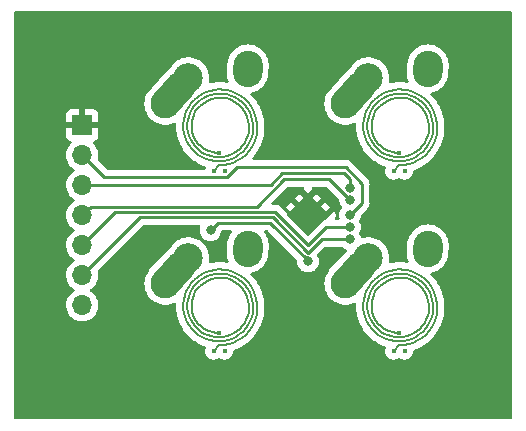
<source format=gtl>
G04 #@! TF.GenerationSoftware,KiCad,Pcbnew,(6.0.1)*
G04 #@! TF.CreationDate,2022-01-28T19:12:58+01:00*
G04 #@! TF.ProjectId,example,6578616d-706c-4652-9e6b-696361645f70,rev?*
G04 #@! TF.SameCoordinates,Original*
G04 #@! TF.FileFunction,Copper,L1,Top*
G04 #@! TF.FilePolarity,Positive*
%FSLAX46Y46*%
G04 Gerber Fmt 4.6, Leading zero omitted, Abs format (unit mm)*
G04 Created by KiCad (PCBNEW (6.0.1)) date 2022-01-28 19:12:58*
%MOMM*%
%LPD*%
G01*
G04 APERTURE LIST*
G04 Aperture macros list*
%AMHorizOval*
0 Thick line with rounded ends*
0 $1 width*
0 $2 $3 position (X,Y) of the first rounded end (center of the circle)*
0 $4 $5 position (X,Y) of the second rounded end (center of the circle)*
0 Add line between two ends*
20,1,$1,$2,$3,$4,$5,0*
0 Add two circle primitives to create the rounded ends*
1,1,$1,$2,$3*
1,1,$1,$4,$5*%
%AMRotRect*
0 Rectangle, with rotation*
0 The origin of the aperture is its center*
0 $1 length*
0 $2 width*
0 $3 Rotation angle, in degrees counterclockwise*
0 Add horizontal line*
21,1,$1,$2,0,0,$3*%
G04 Aperture macros list end*
G04 #@! TA.AperFunction,EtchedComponent*
%ADD10C,0.200000*%
G04 #@! TD*
G04 #@! TA.AperFunction,ComponentPad*
%ADD11C,0.450000*%
G04 #@! TD*
G04 #@! TA.AperFunction,ComponentPad*
%ADD12C,2.500000*%
G04 #@! TD*
G04 #@! TA.AperFunction,ComponentPad*
%ADD13HorizOval,2.500000X0.656270X0.728862X-0.656270X-0.728862X0*%
G04 #@! TD*
G04 #@! TA.AperFunction,ComponentPad*
%ADD14HorizOval,2.500000X0.020277X0.289981X-0.020277X-0.289981X0*%
G04 #@! TD*
G04 #@! TA.AperFunction,ComponentPad*
%ADD15R,1.700000X1.700000*%
G04 #@! TD*
G04 #@! TA.AperFunction,ComponentPad*
%ADD16O,1.700000X1.700000*%
G04 #@! TD*
G04 #@! TA.AperFunction,ComponentPad*
%ADD17C,0.500000*%
G04 #@! TD*
G04 #@! TA.AperFunction,SMDPad,CuDef*
%ADD18RotRect,2.600000X2.600000X225.000000*%
G04 #@! TD*
G04 #@! TA.AperFunction,ViaPad*
%ADD19C,0.800000*%
G04 #@! TD*
G04 #@! TA.AperFunction,Conductor*
%ADD20C,0.250000*%
G04 #@! TD*
G04 APERTURE END LIST*
D10*
X102369654Y-73558066D02*
X102376640Y-73962374D01*
X97890579Y-76069068D02*
X97607071Y-75897423D01*
X98384585Y-70739958D02*
X98768334Y-70659642D01*
X98856067Y-71354122D02*
X99160000Y-71328000D01*
X100191853Y-71153837D02*
X100513728Y-71297578D01*
X96383086Y-72453283D02*
X96562847Y-72111797D01*
X96125001Y-73950946D02*
X96118015Y-73568614D01*
X97812796Y-75614267D02*
X97586226Y-75435899D01*
X96744112Y-74896831D02*
X96614022Y-74587238D01*
X101400653Y-75613629D02*
X101155455Y-75884944D01*
X98272452Y-71518309D02*
X98558668Y-71417966D01*
X99160000Y-76017000D02*
X98876246Y-76006148D01*
X101609395Y-75314434D02*
X101400653Y-75613629D01*
X102050922Y-72399635D02*
X102205283Y-72770528D01*
X101021516Y-71197843D02*
X101332753Y-71446254D01*
X97664637Y-71039944D02*
X98014765Y-70867465D01*
X96474310Y-73928969D02*
X96467324Y-73590591D01*
X98812200Y-71006882D02*
X99160000Y-70978000D01*
X101778569Y-74992205D02*
X101609395Y-75314434D01*
X101556203Y-72239324D02*
X101734233Y-72548658D01*
X96946891Y-74479083D02*
X96867342Y-74197348D01*
X99942378Y-70712837D02*
X100320697Y-70828415D01*
X101461880Y-74843183D02*
X101313881Y-75126894D01*
X97401347Y-76180579D02*
X97107043Y-75946177D01*
X99553421Y-70645752D02*
X99942378Y-70712837D01*
X96867342Y-74197348D02*
X96823619Y-73906993D01*
X96913605Y-73030102D02*
X97016465Y-72751329D01*
X97016465Y-72751329D02*
X97153877Y-72486876D01*
X99160000Y-71328000D02*
X99465688Y-71340232D01*
X99978936Y-76949544D02*
X99573600Y-77033979D01*
X102332788Y-74365242D02*
X102238570Y-74760288D01*
X96118015Y-73568614D02*
X96159112Y-73187550D01*
X97054187Y-72017920D02*
X97284341Y-71762626D01*
X97346635Y-75691038D02*
X97113517Y-75452998D01*
X97323867Y-72241019D02*
X97523932Y-72017765D01*
X96281152Y-74695394D02*
X96179740Y-74328515D01*
X98876246Y-76006148D02*
X98595225Y-75959652D01*
X96858362Y-72299336D02*
X97054187Y-72017920D01*
X101671035Y-73602019D02*
X101678021Y-73918420D01*
X96816633Y-73612568D02*
X96846714Y-73318717D01*
X101417543Y-72697681D02*
X101539543Y-72986839D01*
X102312160Y-73158693D02*
X102369654Y-73558066D01*
X98595225Y-75959652D02*
X98321412Y-75878031D01*
X97721965Y-76375775D02*
X97401347Y-76180579D01*
X97833250Y-71346651D02*
X98143608Y-71192887D01*
X100369657Y-76815246D02*
X99978936Y-76949544D01*
X100815791Y-71480999D02*
X101093161Y-71701393D01*
X97107043Y-75946177D02*
X96843837Y-75676097D01*
X96846714Y-73318717D02*
X96913605Y-73030102D01*
X99485866Y-76339498D02*
X99160000Y-76367000D01*
X101678021Y-73918420D02*
X101645187Y-74234075D01*
X102020345Y-73580042D02*
X102027331Y-73940397D01*
X99160000Y-70978000D02*
X99509554Y-70992992D01*
X99465688Y-71340232D02*
X99768295Y-71390846D01*
X101872413Y-72878684D02*
X101968359Y-73224277D01*
X98421142Y-76637661D02*
X98063725Y-76528874D01*
X100571057Y-76326702D02*
X100240814Y-76489824D01*
X99160000Y-77067000D02*
X98700381Y-77526619D01*
X96502913Y-73253134D02*
X96580735Y-72921946D01*
X98788512Y-76700628D02*
X98421142Y-76637661D01*
X100240814Y-76489824D02*
X99891894Y-76610540D01*
X96159112Y-73187550D02*
X96247865Y-72813790D01*
X97060801Y-74747808D02*
X96946891Y-74479083D01*
X100513728Y-71297578D02*
X100815791Y-71480999D01*
X97153877Y-72486876D02*
X97323867Y-72241019D01*
X97383196Y-75229900D02*
X97207070Y-74999367D01*
X101395046Y-76140083D02*
X101083233Y-76407104D01*
X97339629Y-71254474D02*
X97664637Y-71039944D01*
X101093161Y-71701393D02*
X101341323Y-71955453D01*
X101905700Y-74652132D02*
X101778569Y-74992205D01*
X98471626Y-71078962D02*
X98812200Y-71006882D01*
X102205283Y-72770528D02*
X102312160Y-73158693D01*
X101071643Y-72178551D02*
X101260688Y-72426863D01*
X99768295Y-71390846D02*
X100063010Y-71479258D01*
X101611003Y-71732354D02*
X101851717Y-72051784D01*
X100063010Y-71479258D02*
X100345114Y-71604286D01*
X100111970Y-76164402D02*
X99804853Y-76271536D01*
X101572830Y-74543976D02*
X101461880Y-74843183D01*
X101332753Y-71446254D02*
X101611003Y-71732354D01*
X97545354Y-71537630D02*
X97833250Y-71346651D01*
X96614022Y-74587238D02*
X96523541Y-74262931D01*
X98063725Y-76528874D02*
X97721965Y-76375775D01*
X99160000Y-76367000D02*
X98832379Y-76353388D01*
X101670332Y-75836727D02*
X101395046Y-76140083D01*
X101645187Y-74234075D02*
X101572830Y-74543976D01*
X96616040Y-75374446D02*
X96427422Y-75045853D01*
X102095259Y-75141228D02*
X101904910Y-75501973D01*
X100853570Y-71956532D02*
X101071643Y-72178551D01*
X99855337Y-71051841D02*
X100191853Y-71153837D01*
X101155455Y-75884944D02*
X100877509Y-76123948D01*
X96699775Y-72602306D02*
X96858362Y-72299336D01*
X98059193Y-75762361D02*
X97812796Y-75614267D01*
X97044749Y-71507487D02*
X97339629Y-71254474D01*
X99160000Y-76717000D02*
X98788512Y-76700628D01*
X100610066Y-71764155D02*
X100853570Y-71956532D01*
X96562847Y-72111797D02*
X96784508Y-71794822D01*
X97751079Y-71820786D02*
X98001864Y-71653359D01*
X98192569Y-76203453D02*
X97890579Y-76069068D01*
X98768334Y-70659642D02*
X99160000Y-70628000D01*
X102027331Y-73940397D02*
X101988987Y-74299658D01*
X100345114Y-71604286D02*
X100610066Y-71764155D01*
X99509554Y-70992992D02*
X99855337Y-71051841D01*
X98014765Y-70867465D02*
X98384585Y-70739958D01*
X99804853Y-76271536D02*
X99485866Y-76339498D01*
X96427422Y-75045853D02*
X96281152Y-74695394D01*
X101341323Y-71955453D02*
X101556203Y-72239324D01*
X100877509Y-76123948D02*
X100571057Y-76326702D01*
X100915863Y-75629805D02*
X100671784Y-75840792D01*
X102376640Y-73962374D02*
X102332788Y-74365242D01*
X97523932Y-72017765D02*
X97751079Y-71820786D01*
X101539543Y-72986839D02*
X101624559Y-73289860D01*
X99573600Y-77033979D02*
X99160000Y-77067000D01*
X98001864Y-71653359D02*
X98272452Y-71518309D01*
X96911555Y-75186907D02*
X96744112Y-74896831D01*
X99160000Y-70628000D02*
X99553421Y-70645752D01*
X96523541Y-74262931D02*
X96474310Y-73928969D01*
X101313881Y-75126894D02*
X101130973Y-75390531D01*
X98321412Y-75878031D02*
X98059193Y-75762361D01*
X102238570Y-74760288D02*
X102095259Y-75141228D01*
X101130973Y-75390531D02*
X100915863Y-75629805D01*
X97284341Y-71762626D02*
X97545354Y-71537630D01*
X98558668Y-71417966D02*
X98856067Y-71354122D01*
X101734233Y-72548658D02*
X101872413Y-72878684D01*
X96467324Y-73590591D02*
X96502913Y-73253134D01*
X96179740Y-74328515D02*
X96125001Y-73950946D01*
X99891894Y-76610540D02*
X99529733Y-76686738D01*
X101260688Y-72426863D02*
X101417543Y-72697681D01*
X96823619Y-73906993D02*
X96816633Y-73612568D01*
X96247865Y-72813790D02*
X96383086Y-72453283D01*
X101083233Y-76407104D02*
X100739670Y-76633410D01*
X100402443Y-76019995D02*
X100111970Y-76164402D01*
X97113517Y-75452998D02*
X96911555Y-75186907D01*
X101988987Y-74299658D02*
X101905700Y-74652132D01*
X100682342Y-70990871D02*
X101021516Y-71197843D01*
X96580735Y-72921946D02*
X96699775Y-72602306D01*
X97586226Y-75435899D02*
X97383196Y-75229900D01*
X101624559Y-73289860D02*
X101671035Y-73602019D01*
X101851717Y-72051784D02*
X102050922Y-72399635D01*
X97607071Y-75897423D02*
X97346635Y-75691038D01*
X100320697Y-70828415D02*
X100682342Y-70990871D01*
X98508184Y-76298656D02*
X98192569Y-76203453D01*
X100739670Y-76633410D02*
X100369657Y-76815246D01*
X101968359Y-73224277D02*
X102020345Y-73580042D01*
X97207070Y-74999367D02*
X97060801Y-74747808D01*
X96784508Y-71794822D02*
X97044749Y-71507487D01*
X101904910Y-75501973D02*
X101670332Y-75836727D01*
X98832379Y-76353388D02*
X98508184Y-76298656D01*
X99529733Y-76686738D02*
X99160000Y-76717000D01*
X100671784Y-75840792D02*
X100402443Y-76019995D01*
X98143608Y-71192887D02*
X98471626Y-71078962D01*
X96843837Y-75676097D02*
X96616040Y-75374446D01*
X115850066Y-71764155D02*
X116093570Y-71956532D01*
X117091717Y-72051784D02*
X117290922Y-72399635D01*
X112151555Y-75186907D02*
X111984112Y-74896831D01*
X116849395Y-75314434D02*
X116640653Y-75613629D01*
X111623086Y-72453283D02*
X111802847Y-72111797D01*
X115811057Y-76326702D02*
X115480814Y-76489824D01*
X114116246Y-76006148D02*
X113835225Y-75959652D01*
X116635046Y-76140083D02*
X116323233Y-76407104D01*
X115182378Y-70712837D02*
X115560697Y-70828415D01*
X116333161Y-71701393D02*
X116581323Y-71955453D01*
X116581323Y-71955453D02*
X116796203Y-72239324D01*
X117290922Y-72399635D02*
X117445283Y-72770528D01*
X111854022Y-74587238D02*
X111763541Y-74262931D01*
X116640653Y-75613629D02*
X116395455Y-75884944D01*
X112641347Y-76180579D02*
X112347043Y-75946177D01*
X116395455Y-75884944D02*
X116117509Y-76123948D01*
X116370973Y-75390531D02*
X116155863Y-75629805D01*
X113798668Y-71417966D02*
X114096067Y-71354122D01*
X113254765Y-70867465D02*
X113624585Y-70739958D01*
X115044853Y-76271536D02*
X114725866Y-76339498D01*
X115351970Y-76164402D02*
X115044853Y-76271536D01*
X116812830Y-74543976D02*
X116701880Y-74843183D01*
X114028512Y-76700628D02*
X113661142Y-76637661D01*
X114008334Y-70659642D02*
X114400000Y-70628000D01*
X112256465Y-72751329D02*
X112393877Y-72486876D01*
X112284749Y-71507487D02*
X112579629Y-71254474D01*
X113624585Y-70739958D02*
X114008334Y-70659642D01*
X112447070Y-74999367D02*
X112300801Y-74747808D01*
X114400000Y-70978000D02*
X114749554Y-70992992D01*
X112579629Y-71254474D02*
X112904637Y-71039944D01*
X111802847Y-72111797D02*
X112024508Y-71794822D01*
X115095337Y-71051841D02*
X115431853Y-71153837D01*
X112186891Y-74479083D02*
X112107342Y-74197348D01*
X112586635Y-75691038D02*
X112353517Y-75452998D01*
X115642443Y-76019995D02*
X115351970Y-76164402D01*
X116155863Y-75629805D02*
X115911784Y-75840792D01*
X114705688Y-71340232D02*
X115008295Y-71390846D01*
X116779543Y-72986839D02*
X116864559Y-73289860D01*
X117260345Y-73580042D02*
X117267331Y-73940397D01*
X116911035Y-73602019D02*
X116918021Y-73918420D01*
X112847071Y-75897423D02*
X112586635Y-75691038D01*
X112098362Y-72299336D02*
X112294187Y-72017920D01*
X115560697Y-70828415D02*
X115922342Y-70990871D01*
X111707324Y-73590591D02*
X111742913Y-73253134D01*
X114769733Y-76686738D02*
X114400000Y-76717000D01*
X113512452Y-71518309D02*
X113798668Y-71417966D01*
X112991079Y-71820786D02*
X113241864Y-71653359D01*
X114813600Y-77033979D02*
X114400000Y-77067000D01*
X111521152Y-74695394D02*
X111419740Y-74328515D01*
X114400000Y-71328000D02*
X114705688Y-71340232D01*
X115585114Y-71604286D02*
X115850066Y-71764155D01*
X115753728Y-71297578D02*
X116055791Y-71480999D01*
X114400000Y-76367000D02*
X114072379Y-76353388D01*
X116885187Y-74234075D02*
X116812830Y-74543976D01*
X116311643Y-72178551D02*
X116500688Y-72426863D01*
X115131894Y-76610540D02*
X114769733Y-76686738D01*
X117572788Y-74365242D02*
X117478570Y-74760288D01*
X114400000Y-77067000D02*
X113940381Y-77526619D01*
X116910332Y-75836727D02*
X116635046Y-76140083D01*
X116093570Y-71956532D02*
X116311643Y-72178551D01*
X112063619Y-73906993D02*
X112056633Y-73612568D01*
X111487865Y-72813790D02*
X111623086Y-72453283D01*
X113383608Y-71192887D02*
X113711626Y-71078962D01*
X115911784Y-75840792D02*
X115642443Y-76019995D01*
X111399112Y-73187550D02*
X111487865Y-72813790D01*
X113052796Y-75614267D02*
X112826226Y-75435899D01*
X111714310Y-73928969D02*
X111707324Y-73590591D01*
X112083837Y-75676097D02*
X111856040Y-75374446D01*
X112904637Y-71039944D02*
X113254765Y-70867465D01*
X114400000Y-76717000D02*
X114028512Y-76700628D01*
X113432569Y-76203453D02*
X113130579Y-76069068D01*
X112353517Y-75452998D02*
X112151555Y-75186907D01*
X115008295Y-71390846D02*
X115303010Y-71479258D01*
X115922342Y-70990871D02*
X116261516Y-71197843D01*
X117018569Y-74992205D02*
X116849395Y-75314434D01*
X112961965Y-76375775D02*
X112641347Y-76180579D01*
X112024508Y-71794822D02*
X112284749Y-71507487D01*
X115979670Y-76633410D02*
X115609657Y-76815246D01*
X117552160Y-73158693D02*
X117609654Y-73558066D01*
X111856040Y-75374446D02*
X111667422Y-75045853D01*
X112300801Y-74747808D02*
X112186891Y-74479083D01*
X113241864Y-71653359D02*
X113512452Y-71518309D01*
X116261516Y-71197843D02*
X116572753Y-71446254D01*
X116323233Y-76407104D02*
X115979670Y-76633410D01*
X117609654Y-73558066D02*
X117616640Y-73962374D01*
X114072379Y-76353388D02*
X113748184Y-76298656D01*
X112393877Y-72486876D02*
X112563867Y-72241019D01*
X112524341Y-71762626D02*
X112785354Y-71537630D01*
X114749554Y-70992992D02*
X115095337Y-71051841D01*
X113661142Y-76637661D02*
X113303725Y-76528874D01*
X116796203Y-72239324D02*
X116974233Y-72548658D01*
X115218936Y-76949544D02*
X114813600Y-77033979D01*
X114793421Y-70645752D02*
X115182378Y-70712837D01*
X117145700Y-74652132D02*
X117018569Y-74992205D01*
X112623196Y-75229900D02*
X112447070Y-74999367D01*
X111358015Y-73568614D02*
X111399112Y-73187550D01*
X112826226Y-75435899D02*
X112623196Y-75229900D01*
X112107342Y-74197348D02*
X112063619Y-73906993D01*
X111763541Y-74262931D02*
X111714310Y-73928969D01*
X116657543Y-72697681D02*
X116779543Y-72986839D01*
X115431853Y-71153837D02*
X115753728Y-71297578D01*
X113130579Y-76069068D02*
X112847071Y-75897423D01*
X116572753Y-71446254D02*
X116851003Y-71732354D01*
X114096067Y-71354122D02*
X114400000Y-71328000D01*
X112056633Y-73612568D02*
X112086714Y-73318717D01*
X112763932Y-72017765D02*
X112991079Y-71820786D01*
X112086714Y-73318717D02*
X112153605Y-73030102D01*
X116500688Y-72426863D02*
X116657543Y-72697681D01*
X114400000Y-76017000D02*
X114116246Y-76006148D01*
X111667422Y-75045853D02*
X111521152Y-74695394D01*
X117267331Y-73940397D02*
X117228987Y-74299658D01*
X113303725Y-76528874D02*
X112961965Y-76375775D01*
X113711626Y-71078962D02*
X114052200Y-71006882D01*
X114400000Y-70628000D02*
X114793421Y-70645752D01*
X117208359Y-73224277D02*
X117260345Y-73580042D01*
X114725866Y-76339498D02*
X114400000Y-76367000D01*
X115609657Y-76815246D02*
X115218936Y-76949544D01*
X117478570Y-74760288D02*
X117335259Y-75141228D01*
X117228987Y-74299658D02*
X117145700Y-74652132D01*
X117445283Y-72770528D02*
X117552160Y-73158693D01*
X115303010Y-71479258D02*
X115585114Y-71604286D01*
X116918021Y-73918420D02*
X116885187Y-74234075D01*
X113835225Y-75959652D02*
X113561412Y-75878031D01*
X116864559Y-73289860D02*
X116911035Y-73602019D01*
X114052200Y-71006882D02*
X114400000Y-70978000D01*
X113299193Y-75762361D02*
X113052796Y-75614267D01*
X116974233Y-72548658D02*
X117112413Y-72878684D01*
X111419740Y-74328515D02*
X111365001Y-73950946D01*
X115480814Y-76489824D02*
X115131894Y-76610540D01*
X116117509Y-76123948D02*
X115811057Y-76326702D01*
X111365001Y-73950946D02*
X111358015Y-73568614D01*
X113073250Y-71346651D02*
X113383608Y-71192887D01*
X113561412Y-75878031D02*
X113299193Y-75762361D01*
X116055791Y-71480999D02*
X116333161Y-71701393D01*
X111939775Y-72602306D02*
X112098362Y-72299336D01*
X117616640Y-73962374D02*
X117572788Y-74365242D01*
X111742913Y-73253134D02*
X111820735Y-72921946D01*
X112563867Y-72241019D02*
X112763932Y-72017765D01*
X111984112Y-74896831D02*
X111854022Y-74587238D01*
X111820735Y-72921946D02*
X111939775Y-72602306D01*
X116553881Y-75126894D02*
X116370973Y-75390531D01*
X117112413Y-72878684D02*
X117208359Y-73224277D01*
X113748184Y-76298656D02*
X113432569Y-76203453D01*
X112294187Y-72017920D02*
X112524341Y-71762626D01*
X116851003Y-71732354D02*
X117091717Y-72051784D01*
X112153605Y-73030102D02*
X112256465Y-72751329D01*
X116701880Y-74843183D02*
X116553881Y-75126894D01*
X117335259Y-75141228D02*
X117144910Y-75501973D01*
X112785354Y-71537630D02*
X113073250Y-71346651D01*
X112347043Y-75946177D02*
X112083837Y-75676097D01*
X117144910Y-75501973D02*
X116910332Y-75836727D01*
X98595225Y-60719652D02*
X98321412Y-60638031D01*
X98192569Y-60963453D02*
X97890579Y-60829068D01*
X101313881Y-59886894D02*
X101130973Y-60150531D01*
X98812200Y-55766882D02*
X99160000Y-55738000D01*
X96562847Y-56871797D02*
X96784508Y-56554822D01*
X98014765Y-55627465D02*
X98384585Y-55499958D01*
X101417543Y-57457681D02*
X101539543Y-57746839D01*
X101609395Y-60074434D02*
X101400653Y-60373629D01*
X100739670Y-61393410D02*
X100369657Y-61575246D01*
X101611003Y-56492354D02*
X101851717Y-56811784D01*
X102369654Y-58318066D02*
X102376640Y-58722374D01*
X99942378Y-55472837D02*
X100320697Y-55588415D01*
X97523932Y-56777765D02*
X97751079Y-56580786D01*
X101905700Y-59412132D02*
X101778569Y-59752205D01*
X97323867Y-57001019D02*
X97523932Y-56777765D01*
X97207070Y-59759367D02*
X97060801Y-59507808D01*
X96247865Y-57573790D02*
X96383086Y-57213283D01*
X99160000Y-56088000D02*
X99465688Y-56100232D01*
X98063725Y-61288874D02*
X97721965Y-61135775D01*
X101572830Y-59303976D02*
X101461880Y-59603183D01*
X96427422Y-59805853D02*
X96281152Y-59455394D01*
X97664637Y-55799944D02*
X98014765Y-55627465D01*
X96946891Y-59239083D02*
X96867342Y-58957348D01*
X97113517Y-60212998D02*
X96911555Y-59946907D01*
X96699775Y-57362306D02*
X96858362Y-57059336D01*
X96913605Y-57790102D02*
X97016465Y-57511329D01*
X100915863Y-60389805D02*
X100671784Y-60600792D01*
X96467324Y-58350591D02*
X96502913Y-58013134D01*
X100320697Y-55588415D02*
X100682342Y-55750871D01*
X101395046Y-60900083D02*
X101083233Y-61167104D01*
X100513728Y-56057578D02*
X100815791Y-56240999D01*
X97054187Y-56777920D02*
X97284341Y-56522626D01*
X101539543Y-57746839D02*
X101624559Y-58049860D01*
X96383086Y-57213283D02*
X96562847Y-56871797D01*
X101645187Y-58994075D02*
X101572830Y-59303976D01*
X100671784Y-60600792D02*
X100402443Y-60779995D01*
X100345114Y-56364286D02*
X100610066Y-56524155D01*
X97153877Y-57246876D02*
X97323867Y-57001019D01*
X96784508Y-56554822D02*
X97044749Y-56267487D01*
X102238570Y-59520288D02*
X102095259Y-59901228D01*
X101678021Y-58678420D02*
X101645187Y-58994075D01*
X99509554Y-55752992D02*
X99855337Y-55811841D01*
X96118015Y-58328614D02*
X96159112Y-57947550D01*
X99529733Y-61446738D02*
X99160000Y-61477000D01*
X100610066Y-56524155D02*
X100853570Y-56716532D01*
X99160000Y-61477000D02*
X98788512Y-61460628D01*
X101670332Y-60596727D02*
X101395046Y-60900083D01*
X98143608Y-55952887D02*
X98471626Y-55838962D01*
X101332753Y-56206254D02*
X101611003Y-56492354D01*
X101341323Y-56715453D02*
X101556203Y-56999324D01*
X97607071Y-60657423D02*
X97346635Y-60451038D01*
X98471626Y-55838962D02*
X98812200Y-55766882D01*
X99978936Y-61709544D02*
X99573600Y-61793979D01*
X100063010Y-56239258D02*
X100345114Y-56364286D01*
X102376640Y-58722374D02*
X102332788Y-59125242D01*
X96823619Y-58666993D02*
X96816633Y-58372568D01*
X96614022Y-59347238D02*
X96523541Y-59022931D01*
X96179740Y-59088515D02*
X96125001Y-58710946D01*
X101988987Y-59059658D02*
X101905700Y-59412132D01*
X101461880Y-59603183D02*
X101313881Y-59886894D01*
X97401347Y-60940579D02*
X97107043Y-60706177D01*
X100853570Y-56716532D02*
X101071643Y-56938551D01*
X102050922Y-57159635D02*
X102205283Y-57530528D01*
X96474310Y-58688969D02*
X96467324Y-58350591D01*
X102312160Y-57918693D02*
X102369654Y-58318066D01*
X97016465Y-57511329D02*
X97153877Y-57246876D01*
X97284341Y-56522626D02*
X97545354Y-56297630D01*
X99768295Y-56150846D02*
X100063010Y-56239258D01*
X99485866Y-61099498D02*
X99160000Y-61127000D01*
X97890579Y-60829068D02*
X97607071Y-60657423D01*
X97060801Y-59507808D02*
X96946891Y-59239083D01*
X96502913Y-58013134D02*
X96580735Y-57681946D01*
X102332788Y-59125242D02*
X102238570Y-59520288D01*
X99891894Y-61370540D02*
X99529733Y-61446738D01*
X101400653Y-60373629D02*
X101155455Y-60644944D01*
X98768334Y-55419642D02*
X99160000Y-55388000D01*
X97107043Y-60706177D02*
X96843837Y-60436097D01*
X98272452Y-56278309D02*
X98558668Y-56177966D01*
X96580735Y-57681946D02*
X96699775Y-57362306D01*
X97833250Y-56106651D02*
X98143608Y-55952887D01*
X100369657Y-61575246D02*
X99978936Y-61709544D01*
X101093161Y-56461393D02*
X101341323Y-56715453D01*
X100111970Y-60924402D02*
X99804853Y-61031536D01*
X96867342Y-58957348D02*
X96823619Y-58666993D01*
X98384585Y-55499958D02*
X98768334Y-55419642D01*
X101155455Y-60644944D02*
X100877509Y-60883948D01*
X99553421Y-55405752D02*
X99942378Y-55472837D01*
X98876246Y-60766148D02*
X98595225Y-60719652D01*
X97339629Y-56014474D02*
X97664637Y-55799944D01*
X96744112Y-59656831D02*
X96614022Y-59347238D01*
X99804853Y-61031536D02*
X99485866Y-61099498D01*
X99160000Y-60777000D02*
X98876246Y-60766148D01*
X99855337Y-55811841D02*
X100191853Y-55913837D01*
X96159112Y-57947550D02*
X96247865Y-57573790D01*
X97346635Y-60451038D02*
X97113517Y-60212998D01*
X98508184Y-61058656D02*
X98192569Y-60963453D01*
X101872413Y-57638684D02*
X101968359Y-57984277D01*
X96843837Y-60436097D02*
X96616040Y-60134446D01*
X96125001Y-58710946D02*
X96118015Y-58328614D01*
X99160000Y-61827000D02*
X98700381Y-62286619D01*
X100877509Y-60883948D02*
X100571057Y-61086702D01*
X101260688Y-57186863D02*
X101417543Y-57457681D01*
X98421142Y-61397661D02*
X98063725Y-61288874D01*
X101904910Y-60261973D02*
X101670332Y-60596727D01*
X98001864Y-56413359D02*
X98272452Y-56278309D01*
X99160000Y-55738000D02*
X99509554Y-55752992D01*
X102095259Y-59901228D02*
X101904910Y-60261973D01*
X99465688Y-56100232D02*
X99768295Y-56150846D01*
X100682342Y-55750871D02*
X101021516Y-55957843D01*
X101083233Y-61167104D02*
X100739670Y-61393410D01*
X101734233Y-57308658D02*
X101872413Y-57638684D01*
X98321412Y-60638031D02*
X98059193Y-60522361D01*
X102020345Y-58340042D02*
X102027331Y-58700397D01*
X96846714Y-58078717D02*
X96913605Y-57790102D01*
X101968359Y-57984277D02*
X102020345Y-58340042D01*
X100240814Y-61249824D02*
X99891894Y-61370540D01*
X101671035Y-58362019D02*
X101678021Y-58678420D01*
X97586226Y-60195899D02*
X97383196Y-59989900D01*
X96281152Y-59455394D02*
X96179740Y-59088515D01*
X96523541Y-59022931D02*
X96474310Y-58688969D01*
X99160000Y-55388000D02*
X99553421Y-55405752D01*
X96858362Y-57059336D02*
X97054187Y-56777920D01*
X98832379Y-61113388D02*
X98508184Y-61058656D01*
X96616040Y-60134446D02*
X96427422Y-59805853D01*
X101624559Y-58049860D02*
X101671035Y-58362019D01*
X101071643Y-56938551D02*
X101260688Y-57186863D01*
X101021516Y-55957843D02*
X101332753Y-56206254D01*
X97721965Y-61135775D02*
X97401347Y-60940579D01*
X100402443Y-60779995D02*
X100111970Y-60924402D01*
X101851717Y-56811784D02*
X102050922Y-57159635D01*
X98558668Y-56177966D02*
X98856067Y-56114122D01*
X101778569Y-59752205D02*
X101609395Y-60074434D01*
X97044749Y-56267487D02*
X97339629Y-56014474D01*
X102205283Y-57530528D02*
X102312160Y-57918693D01*
X96816633Y-58372568D02*
X96846714Y-58078717D01*
X98059193Y-60522361D02*
X97812796Y-60374267D01*
X100191853Y-55913837D02*
X100513728Y-56057578D01*
X99573600Y-61793979D02*
X99160000Y-61827000D01*
X102027331Y-58700397D02*
X101988987Y-59059658D01*
X97383196Y-59989900D02*
X97207070Y-59759367D01*
X100815791Y-56240999D02*
X101093161Y-56461393D01*
X98788512Y-61460628D02*
X98421142Y-61397661D01*
X101130973Y-60150531D02*
X100915863Y-60389805D01*
X101556203Y-56999324D02*
X101734233Y-57308658D01*
X96911555Y-59946907D02*
X96744112Y-59656831D01*
X100571057Y-61086702D02*
X100240814Y-61249824D01*
X98856067Y-56114122D02*
X99160000Y-56088000D01*
X97812796Y-60374267D02*
X97586226Y-60195899D01*
X97545354Y-56297630D02*
X97833250Y-56106651D01*
X97751079Y-56580786D02*
X98001864Y-56413359D01*
X99160000Y-61127000D02*
X98832379Y-61113388D01*
X116572753Y-56206254D02*
X116851003Y-56492354D01*
X112524341Y-56522626D02*
X112785354Y-56297630D01*
X116812830Y-59303976D02*
X116701880Y-59603183D01*
X116851003Y-56492354D02*
X117091717Y-56811784D01*
X115131894Y-61370540D02*
X114769733Y-61446738D01*
X115182378Y-55472837D02*
X115560697Y-55588415D01*
X114008334Y-55419642D02*
X114400000Y-55388000D01*
X115303010Y-56239258D02*
X115585114Y-56364286D01*
X113303725Y-61288874D02*
X112961965Y-61135775D01*
X116055791Y-56240999D02*
X116333161Y-56461393D01*
X114400000Y-61827000D02*
X113940381Y-62286619D01*
X114116246Y-60766148D02*
X113835225Y-60719652D01*
X112826226Y-60195899D02*
X112623196Y-59989900D01*
X114400000Y-60777000D02*
X114116246Y-60766148D01*
X116370973Y-60150531D02*
X116155863Y-60389805D01*
X115095337Y-55811841D02*
X115431853Y-55913837D01*
X112300801Y-59507808D02*
X112186891Y-59239083D01*
X115480814Y-61249824D02*
X115131894Y-61370540D01*
X114400000Y-61127000D02*
X114072379Y-61113388D01*
X112098362Y-57059336D02*
X112294187Y-56777920D01*
X114705688Y-56100232D02*
X115008295Y-56150846D01*
X116779543Y-57746839D02*
X116864559Y-58049860D01*
X113254765Y-55627465D02*
X113624585Y-55499958D01*
X114072379Y-61113388D02*
X113748184Y-61058656D01*
X117112413Y-57638684D02*
X117208359Y-57984277D01*
X117091717Y-56811784D02*
X117290922Y-57159635D01*
X113073250Y-56106651D02*
X113383608Y-55952887D01*
X114052200Y-55766882D02*
X114400000Y-55738000D01*
X115922342Y-55750871D02*
X116261516Y-55957843D01*
X113130579Y-60829068D02*
X112847071Y-60657423D01*
X117445283Y-57530528D02*
X117552160Y-57918693D01*
X111487865Y-57573790D02*
X111623086Y-57213283D01*
X113748184Y-61058656D02*
X113432569Y-60963453D01*
X115351970Y-60924402D02*
X115044853Y-61031536D01*
X112294187Y-56777920D02*
X112524341Y-56522626D01*
X114400000Y-56088000D02*
X114705688Y-56100232D01*
X114096067Y-56114122D02*
X114400000Y-56088000D01*
X116117509Y-60883948D02*
X115811057Y-61086702D01*
X115911784Y-60600792D02*
X115642443Y-60779995D01*
X116796203Y-56999324D02*
X116974233Y-57308658D01*
X116395455Y-60644944D02*
X116117509Y-60883948D01*
X115585114Y-56364286D02*
X115850066Y-56524155D01*
X112063619Y-58666993D02*
X112056633Y-58372568D01*
X117144910Y-60261973D02*
X116910332Y-60596727D01*
X117609654Y-58318066D02*
X117616640Y-58722374D01*
X114725866Y-61099498D02*
X114400000Y-61127000D01*
X117552160Y-57918693D02*
X117609654Y-58318066D01*
X112086714Y-58078717D02*
X112153605Y-57790102D01*
X112623196Y-59989900D02*
X112447070Y-59759367D01*
X112151555Y-59946907D02*
X111984112Y-59656831D01*
X116918021Y-58678420D02*
X116885187Y-58994075D01*
X116640653Y-60373629D02*
X116395455Y-60644944D01*
X112763932Y-56777765D02*
X112991079Y-56580786D01*
X112107342Y-58957348D02*
X112063619Y-58666993D01*
X116500688Y-57186863D02*
X116657543Y-57457681D01*
X116261516Y-55957843D02*
X116572753Y-56206254D01*
X115642443Y-60779995D02*
X115351970Y-60924402D01*
X117228987Y-59059658D02*
X117145700Y-59412132D01*
X116581323Y-56715453D02*
X116796203Y-56999324D01*
X112961965Y-61135775D02*
X112641347Y-60940579D01*
X113835225Y-60719652D02*
X113561412Y-60638031D01*
X116701880Y-59603183D02*
X116553881Y-59886894D01*
X114028512Y-61460628D02*
X113661142Y-61397661D01*
X115218936Y-61709544D02*
X114813600Y-61793979D01*
X113624585Y-55499958D02*
X114008334Y-55419642D01*
X111419740Y-59088515D02*
X111365001Y-58710946D01*
X112641347Y-60940579D02*
X112347043Y-60706177D01*
X114400000Y-61477000D02*
X114028512Y-61460628D01*
X111820735Y-57681946D02*
X111939775Y-57362306D01*
X112904637Y-55799944D02*
X113254765Y-55627465D01*
X113512452Y-56278309D02*
X113798668Y-56177966D01*
X111521152Y-59455394D02*
X111419740Y-59088515D01*
X114400000Y-55388000D02*
X114793421Y-55405752D01*
X114769733Y-61446738D02*
X114400000Y-61477000D01*
X116974233Y-57308658D02*
X117112413Y-57638684D01*
X112256465Y-57511329D02*
X112393877Y-57246876D01*
X112563867Y-57001019D02*
X112763932Y-56777765D01*
X116864559Y-58049860D02*
X116911035Y-58362019D01*
X112347043Y-60706177D02*
X112083837Y-60436097D01*
X115044853Y-61031536D02*
X114725866Y-61099498D01*
X111854022Y-59347238D02*
X111763541Y-59022931D01*
X116323233Y-61167104D02*
X115979670Y-61393410D01*
X114749554Y-55752992D02*
X115095337Y-55811841D01*
X117478570Y-59520288D02*
X117335259Y-59901228D01*
X111707324Y-58350591D02*
X111742913Y-58013134D01*
X117018569Y-59752205D02*
X116849395Y-60074434D01*
X116155863Y-60389805D02*
X115911784Y-60600792D01*
X116657543Y-57457681D02*
X116779543Y-57746839D01*
X115609657Y-61575246D02*
X115218936Y-61709544D01*
X117290922Y-57159635D02*
X117445283Y-57530528D01*
X112785354Y-56297630D02*
X113073250Y-56106651D01*
X112447070Y-59759367D02*
X112300801Y-59507808D01*
X115979670Y-61393410D02*
X115609657Y-61575246D01*
X113383608Y-55952887D02*
X113711626Y-55838962D01*
X111984112Y-59656831D02*
X111854022Y-59347238D01*
X112847071Y-60657423D02*
X112586635Y-60451038D01*
X117145700Y-59412132D02*
X117018569Y-59752205D01*
X112083837Y-60436097D02*
X111856040Y-60134446D01*
X117616640Y-58722374D02*
X117572788Y-59125242D01*
X111763541Y-59022931D02*
X111714310Y-58688969D01*
X116910332Y-60596727D02*
X116635046Y-60900083D01*
X113711626Y-55838962D02*
X114052200Y-55766882D01*
X116311643Y-56938551D02*
X116500688Y-57186863D01*
X111358015Y-58328614D02*
X111399112Y-57947550D01*
X114813600Y-61793979D02*
X114400000Y-61827000D01*
X113241864Y-56413359D02*
X113512452Y-56278309D01*
X115850066Y-56524155D02*
X116093570Y-56716532D01*
X111365001Y-58710946D02*
X111358015Y-58328614D01*
X112024508Y-56554822D02*
X112284749Y-56267487D01*
X115431853Y-55913837D02*
X115753728Y-56057578D01*
X112991079Y-56580786D02*
X113241864Y-56413359D01*
X113299193Y-60522361D02*
X113052796Y-60374267D01*
X117572788Y-59125242D02*
X117478570Y-59520288D01*
X112284749Y-56267487D02*
X112579629Y-56014474D01*
X112586635Y-60451038D02*
X112353517Y-60212998D01*
X113561412Y-60638031D02*
X113299193Y-60522361D01*
X115753728Y-56057578D02*
X116055791Y-56240999D01*
X111667422Y-59805853D02*
X111521152Y-59455394D01*
X114400000Y-55738000D02*
X114749554Y-55752992D01*
X116093570Y-56716532D02*
X116311643Y-56938551D01*
X111856040Y-60134446D02*
X111667422Y-59805853D01*
X111802847Y-56871797D02*
X112024508Y-56554822D01*
X117208359Y-57984277D02*
X117260345Y-58340042D01*
X111939775Y-57362306D02*
X112098362Y-57059336D01*
X116885187Y-58994075D02*
X116812830Y-59303976D01*
X117335259Y-59901228D02*
X117144910Y-60261973D01*
X117267331Y-58700397D02*
X117228987Y-59059658D01*
X112393877Y-57246876D02*
X112563867Y-57001019D01*
X112153605Y-57790102D02*
X112256465Y-57511329D01*
X116911035Y-58362019D02*
X116918021Y-58678420D01*
X111714310Y-58688969D02*
X111707324Y-58350591D01*
X112056633Y-58372568D02*
X112086714Y-58078717D01*
X112186891Y-59239083D02*
X112107342Y-58957348D01*
X114793421Y-55405752D02*
X115182378Y-55472837D01*
X116553881Y-59886894D02*
X116370973Y-60150531D01*
X113432569Y-60963453D02*
X113130579Y-60829068D01*
X116333161Y-56461393D02*
X116581323Y-56715453D01*
X113798668Y-56177966D02*
X114096067Y-56114122D01*
X113661142Y-61397661D02*
X113303725Y-61288874D01*
X115008295Y-56150846D02*
X115303010Y-56239258D01*
X112579629Y-56014474D02*
X112904637Y-55799944D01*
X111623086Y-57213283D02*
X111802847Y-56871797D01*
X116849395Y-60074434D02*
X116640653Y-60373629D01*
X111742913Y-58013134D02*
X111820735Y-57681946D01*
X115560697Y-55588415D02*
X115922342Y-55750871D01*
X113052796Y-60374267D02*
X112826226Y-60195899D01*
X117260345Y-58340042D02*
X117267331Y-58700397D01*
X116635046Y-60900083D02*
X116323233Y-61167104D01*
X111399112Y-57947550D02*
X111487865Y-57573790D01*
X112353517Y-60212998D02*
X112151555Y-59946907D01*
X115811057Y-61086702D02*
X115480814Y-61249824D01*
D11*
X99160000Y-76017000D03*
D12*
X96560000Y-69660000D03*
D13*
X95250000Y-71120000D03*
D14*
X101580000Y-68870000D03*
D11*
X98700381Y-77526619D03*
X99619619Y-77519619D03*
X114400000Y-76017000D03*
D12*
X111800000Y-69660000D03*
D13*
X110490000Y-71120000D03*
D14*
X116820000Y-68870000D03*
D11*
X113940381Y-77526619D03*
X114859619Y-77519619D03*
D15*
X87566667Y-58415000D03*
D16*
X87566667Y-60955000D03*
X87566667Y-63495000D03*
X87566667Y-66035000D03*
X87566667Y-68575000D03*
X87566667Y-71115000D03*
X87566667Y-73655000D03*
D11*
X99160000Y-60777000D03*
D12*
X96560000Y-54420000D03*
D13*
X95250000Y-55880000D03*
D14*
X101580000Y-53630000D03*
D11*
X98700381Y-62286619D03*
X99619619Y-62279619D03*
X114400000Y-60777000D03*
D12*
X111800000Y-54420000D03*
D13*
X110490000Y-55880000D03*
D14*
X116820000Y-53630000D03*
D11*
X113940381Y-62286619D03*
X114859619Y-62279619D03*
D17*
X105937538Y-65297538D03*
X106680000Y-67524924D03*
X107422462Y-65297538D03*
X106680000Y-64555076D03*
X105937538Y-66782462D03*
X108164924Y-66040000D03*
D18*
X106680000Y-66040000D03*
D17*
X106680000Y-66040000D03*
X105195076Y-66040000D03*
X107422462Y-66782462D03*
D19*
X98425000Y-67310000D03*
X106680101Y-69939500D03*
X110236000Y-66040000D03*
X110236000Y-63716500D03*
X110236000Y-64716003D03*
X110236000Y-67056000D03*
X110236000Y-68072000D03*
D20*
X106680101Y-69851537D02*
X103504282Y-66675718D01*
X103504282Y-66675718D02*
X99059282Y-66675718D01*
X99059282Y-66675718D02*
X98425000Y-67310000D01*
X106680101Y-69939500D02*
X106680101Y-69851537D01*
X111252000Y-65024000D02*
X111252000Y-63372282D01*
X89447797Y-62836130D02*
X87566667Y-60955000D01*
X110236000Y-66040000D02*
X111252000Y-65024000D01*
X100700365Y-61976000D02*
X99840235Y-62836130D01*
X109855718Y-61976000D02*
X100700365Y-61976000D01*
X111252000Y-63372282D02*
X109855718Y-61976000D01*
X99840235Y-62836130D02*
X89447797Y-62836130D01*
X104520282Y-62484000D02*
X103509282Y-63495000D01*
X103509282Y-63495000D02*
X87566667Y-63495000D01*
X109728000Y-62484000D02*
X104520282Y-62484000D01*
X110236000Y-63716500D02*
X110236000Y-62992000D01*
X110236000Y-62992000D02*
X109728000Y-62484000D01*
X110236000Y-64716003D02*
X110210889Y-64716003D01*
X110210889Y-64716003D02*
X108486886Y-62992000D01*
X108486886Y-62992000D02*
X104648000Y-62992000D01*
X102324511Y-65315489D02*
X88286178Y-65315489D01*
X88286178Y-65315489D02*
X87566667Y-66035000D01*
X104648000Y-62992000D02*
X102324511Y-65315489D01*
X90376658Y-65765009D02*
X87566667Y-68575000D01*
X110236000Y-67056000D02*
X108204000Y-67056000D01*
X108204000Y-67056000D02*
X106680000Y-68580000D01*
X106680000Y-68580000D02*
X103865009Y-65765009D01*
X103865009Y-65765009D02*
X90376658Y-65765009D01*
X106679282Y-69215000D02*
X103678811Y-66214529D01*
X92467138Y-66214529D02*
X87566667Y-71115000D01*
X106680718Y-69215000D02*
X106679282Y-69215000D01*
X103678811Y-66214529D02*
X92467138Y-66214529D01*
X107823718Y-68072000D02*
X106680718Y-69215000D01*
X110236000Y-68072000D02*
X107823718Y-68072000D01*
G04 #@! TA.AperFunction,Conductor*
G36*
X123894121Y-48788002D02*
G01*
X123940614Y-48841658D01*
X123952000Y-48894000D01*
X123952000Y-83186000D01*
X123931998Y-83254121D01*
X123878342Y-83300614D01*
X123826000Y-83312000D01*
X81914000Y-83312000D01*
X81845879Y-83291998D01*
X81799386Y-83238342D01*
X81788000Y-83186000D01*
X81788000Y-73621695D01*
X86203918Y-73621695D01*
X86204215Y-73626848D01*
X86204215Y-73626851D01*
X86209678Y-73721590D01*
X86216777Y-73844715D01*
X86217914Y-73849761D01*
X86217915Y-73849767D01*
X86237786Y-73937939D01*
X86265889Y-74062639D01*
X86349933Y-74269616D01*
X86352632Y-74274020D01*
X86462687Y-74453614D01*
X86466654Y-74460088D01*
X86612917Y-74628938D01*
X86784793Y-74771632D01*
X86977667Y-74884338D01*
X86982492Y-74886180D01*
X86982493Y-74886181D01*
X87004504Y-74894586D01*
X87186359Y-74964030D01*
X87191427Y-74965061D01*
X87191430Y-74965062D01*
X87298684Y-74986883D01*
X87405264Y-75008567D01*
X87410439Y-75008757D01*
X87410441Y-75008757D01*
X87623340Y-75016564D01*
X87623344Y-75016564D01*
X87628504Y-75016753D01*
X87633624Y-75016097D01*
X87633626Y-75016097D01*
X87844955Y-74989025D01*
X87844956Y-74989025D01*
X87850083Y-74988368D01*
X87891294Y-74976004D01*
X88059096Y-74925661D01*
X88059101Y-74925659D01*
X88064051Y-74924174D01*
X88264661Y-74825896D01*
X88446527Y-74696173D01*
X88604763Y-74538489D01*
X88650923Y-74474251D01*
X88732102Y-74361277D01*
X88735120Y-74357077D01*
X88834097Y-74156811D01*
X88883148Y-73995366D01*
X88897532Y-73948023D01*
X88897532Y-73948021D01*
X88899037Y-73943069D01*
X88928196Y-73721590D01*
X88929823Y-73655000D01*
X88911519Y-73432361D01*
X88857098Y-73215702D01*
X88768021Y-73010840D01*
X88728573Y-72949862D01*
X88649489Y-72827617D01*
X88649487Y-72827614D01*
X88646681Y-72823277D01*
X88496337Y-72658051D01*
X88492286Y-72654852D01*
X88492282Y-72654848D01*
X88325081Y-72522800D01*
X88325077Y-72522798D01*
X88321026Y-72519598D01*
X88279720Y-72496796D01*
X88229751Y-72446364D01*
X88214979Y-72376921D01*
X88240095Y-72310516D01*
X88267447Y-72283909D01*
X88311270Y-72252650D01*
X88446527Y-72156173D01*
X88467284Y-72135489D01*
X88601102Y-72002137D01*
X88604763Y-71998489D01*
X88664261Y-71915689D01*
X88732102Y-71821277D01*
X88735120Y-71817077D01*
X88767872Y-71750809D01*
X88831803Y-71621453D01*
X88831804Y-71621451D01*
X88834097Y-71616811D01*
X88899037Y-71403069D01*
X88928196Y-71181590D01*
X88929823Y-71115000D01*
X88911519Y-70892361D01*
X88883488Y-70780765D01*
X88886292Y-70709823D01*
X88916597Y-70660974D01*
X92692637Y-66884934D01*
X92754949Y-66850908D01*
X92781732Y-66848029D01*
X97446426Y-66848029D01*
X97514547Y-66868031D01*
X97561040Y-66921687D01*
X97571144Y-66991961D01*
X97566259Y-67012965D01*
X97552276Y-67056000D01*
X97531458Y-67120072D01*
X97530768Y-67126633D01*
X97530768Y-67126635D01*
X97523638Y-67194476D01*
X97511496Y-67310000D01*
X97512186Y-67316565D01*
X97530007Y-67486119D01*
X97531458Y-67499928D01*
X97590473Y-67681556D01*
X97685960Y-67846944D01*
X97690378Y-67851851D01*
X97690379Y-67851852D01*
X97803491Y-67977476D01*
X97813747Y-67988866D01*
X97968248Y-68101118D01*
X97974276Y-68103802D01*
X97974278Y-68103803D01*
X98136681Y-68176109D01*
X98142712Y-68178794D01*
X98236112Y-68198647D01*
X98323056Y-68217128D01*
X98323061Y-68217128D01*
X98329513Y-68218500D01*
X98520487Y-68218500D01*
X98526939Y-68217128D01*
X98526944Y-68217128D01*
X98613888Y-68198647D01*
X98707288Y-68178794D01*
X98713319Y-68176109D01*
X98875722Y-68103803D01*
X98875724Y-68103802D01*
X98881752Y-68101118D01*
X99036253Y-67988866D01*
X99046509Y-67977476D01*
X99159621Y-67851852D01*
X99159622Y-67851851D01*
X99164040Y-67846944D01*
X99259527Y-67681556D01*
X99318542Y-67499928D01*
X99319994Y-67486119D01*
X99323267Y-67454968D01*
X99326728Y-67422047D01*
X99353740Y-67356391D01*
X99411961Y-67315761D01*
X99452037Y-67309218D01*
X100101619Y-67309218D01*
X100169740Y-67329220D01*
X100216233Y-67382876D01*
X100226337Y-67453150D01*
X100204516Y-67507938D01*
X100168166Y-67559373D01*
X100088720Y-67671787D01*
X100086613Y-67675968D01*
X100086612Y-67675969D01*
X100077160Y-67694721D01*
X99971078Y-67905186D01*
X99960781Y-67936412D01*
X99899922Y-68120974D01*
X99889226Y-68153409D01*
X99888435Y-68158013D01*
X99854154Y-68357522D01*
X99852278Y-68368439D01*
X99852058Y-68371584D01*
X99852057Y-68371593D01*
X99806153Y-69028074D01*
X99800878Y-69103509D01*
X99800888Y-69105827D01*
X99800888Y-69105831D01*
X99801056Y-69144423D01*
X99801728Y-69298341D01*
X99814311Y-69380088D01*
X99839699Y-69545031D01*
X99841490Y-69556669D01*
X99918997Y-69806284D01*
X99921031Y-69810500D01*
X99962858Y-69897218D01*
X99974437Y-69967264D01*
X99946308Y-70032451D01*
X99887402Y-70072081D01*
X99827954Y-70076125D01*
X99804508Y-70072081D01*
X99658555Y-70046908D01*
X99657917Y-70046796D01*
X99624246Y-70040808D01*
X99624242Y-70040808D01*
X99620634Y-70040166D01*
X99619049Y-70040094D01*
X99617492Y-70039826D01*
X99601217Y-70039176D01*
X99579695Y-70038317D01*
X99579043Y-70038289D01*
X99189247Y-70020701D01*
X99188593Y-70020670D01*
X99154441Y-70018951D01*
X99154435Y-70018951D01*
X99150758Y-70018766D01*
X99149182Y-70018893D01*
X99147600Y-70018822D01*
X99109803Y-70022073D01*
X99109433Y-70022104D01*
X98926039Y-70036920D01*
X98721180Y-70053470D01*
X98720528Y-70053521D01*
X98682785Y-70056373D01*
X98681234Y-70056698D01*
X98679657Y-70056825D01*
X98642597Y-70064783D01*
X98642162Y-70064875D01*
X98444502Y-70106244D01*
X98373729Y-70100621D01*
X98317231Y-70057627D01*
X98292945Y-69990914D01*
X98293698Y-69967015D01*
X98297199Y-69939500D01*
X98321014Y-69752291D01*
X98323431Y-69660000D01*
X98323197Y-69656851D01*
X98304407Y-69404000D01*
X98304406Y-69403996D01*
X98304061Y-69399348D01*
X98298708Y-69375689D01*
X98247408Y-69148980D01*
X98246377Y-69144423D01*
X98230467Y-69103509D01*
X98153340Y-68905176D01*
X98153339Y-68905173D01*
X98151647Y-68900823D01*
X98132830Y-68867899D01*
X98070901Y-68759547D01*
X98021951Y-68673902D01*
X97860138Y-68468643D01*
X97669763Y-68289557D01*
X97455009Y-68140576D01*
X97450816Y-68138508D01*
X97224781Y-68027040D01*
X97224778Y-68027039D01*
X97220593Y-68024975D01*
X97174449Y-68010204D01*
X96976123Y-67946720D01*
X96971665Y-67945293D01*
X96713693Y-67903279D01*
X96599942Y-67901790D01*
X96457022Y-67899919D01*
X96457019Y-67899919D01*
X96452345Y-67899858D01*
X96193362Y-67935104D01*
X96188876Y-67936412D01*
X96188874Y-67936412D01*
X96160988Y-67944540D01*
X95942433Y-68008243D01*
X95938180Y-68010203D01*
X95938179Y-68010204D01*
X95904635Y-68025668D01*
X95705072Y-68117668D01*
X95666067Y-68143241D01*
X95490404Y-68258410D01*
X95490399Y-68258414D01*
X95486491Y-68260976D01*
X95291494Y-68435018D01*
X95124363Y-68635970D01*
X94988771Y-68859419D01*
X94986967Y-68863721D01*
X94986965Y-68863725D01*
X94986106Y-68865773D01*
X94985622Y-68866360D01*
X94984838Y-68867899D01*
X94984497Y-68867725D01*
X94939912Y-68921809D01*
X94824485Y-68998934D01*
X94824481Y-68998937D01*
X94820593Y-69001535D01*
X94659091Y-69148233D01*
X94656967Y-69150592D01*
X94656966Y-69150593D01*
X93251534Y-70711485D01*
X93242510Y-70721507D01*
X93123230Y-70875560D01*
X93120944Y-70879642D01*
X93120942Y-70879645D01*
X93106137Y-70906082D01*
X92995519Y-71103604D01*
X92949218Y-71225813D01*
X92907584Y-71335704D01*
X92902917Y-71348021D01*
X92901924Y-71352593D01*
X92901924Y-71352594D01*
X92863965Y-71527425D01*
X92847460Y-71603440D01*
X92830366Y-71864251D01*
X92830753Y-71868908D01*
X92830753Y-71868911D01*
X92841824Y-72002137D01*
X92852010Y-72124724D01*
X92911916Y-72379137D01*
X93008769Y-72621900D01*
X93140441Y-72847680D01*
X93143368Y-72851327D01*
X93301115Y-73047879D01*
X93301121Y-73047885D01*
X93304038Y-73051520D01*
X93495969Y-73228938D01*
X93499825Y-73231564D01*
X93499832Y-73231569D01*
X93651134Y-73334586D01*
X93712015Y-73376038D01*
X93716228Y-73378070D01*
X93716233Y-73378073D01*
X93818378Y-73427342D01*
X93947431Y-73489590D01*
X93951898Y-73490977D01*
X93951903Y-73490979D01*
X94109394Y-73539881D01*
X94197044Y-73567097D01*
X94201656Y-73567807D01*
X94201661Y-73567808D01*
X94450752Y-73606146D01*
X94450755Y-73606146D01*
X94455373Y-73606857D01*
X94587464Y-73607433D01*
X94712067Y-73607977D01*
X94712072Y-73607977D01*
X94716741Y-73607997D01*
X94724604Y-73606857D01*
X94970774Y-73571165D01*
X94970777Y-73571164D01*
X94975407Y-73570493D01*
X95225688Y-73495167D01*
X95241824Y-73487557D01*
X95329864Y-73446034D01*
X95400008Y-73435066D01*
X95464947Y-73463763D01*
X95504062Y-73523012D01*
X95509577Y-73557037D01*
X95509908Y-73571165D01*
X95510136Y-73580866D01*
X95510148Y-73581434D01*
X95516755Y-73943069D01*
X95517070Y-73960296D01*
X95517080Y-73960924D01*
X95517574Y-73998746D01*
X95517801Y-74000312D01*
X95517830Y-74001894D01*
X95518380Y-74005551D01*
X95518380Y-74005556D01*
X95523470Y-74039423D01*
X95523565Y-74040071D01*
X95577767Y-74413930D01*
X95577851Y-74414522D01*
X95583100Y-74452096D01*
X95583520Y-74453614D01*
X95583748Y-74455184D01*
X95584761Y-74458776D01*
X95584762Y-74458781D01*
X95594007Y-74491565D01*
X95594183Y-74492193D01*
X95694666Y-74855712D01*
X95694838Y-74856343D01*
X95703744Y-74889226D01*
X95703746Y-74889233D01*
X95704713Y-74892802D01*
X95705322Y-74894261D01*
X95705744Y-74895788D01*
X95720567Y-74930791D01*
X95720736Y-74931193D01*
X95756173Y-75016097D01*
X95865606Y-75278296D01*
X95865857Y-75278903D01*
X95878876Y-75310560D01*
X95878882Y-75310573D01*
X95880282Y-75313976D01*
X95881069Y-75315348D01*
X95881678Y-75316806D01*
X95883516Y-75319970D01*
X95883519Y-75319976D01*
X95900658Y-75349479D01*
X95900984Y-75350044D01*
X96087919Y-75675703D01*
X96088135Y-75676081D01*
X96106833Y-75709050D01*
X96107785Y-75710311D01*
X96108574Y-75711685D01*
X96110814Y-75714619D01*
X96110817Y-75714624D01*
X96131615Y-75741869D01*
X96132010Y-75742390D01*
X96357568Y-76041077D01*
X96357918Y-76041543D01*
X96380600Y-76071904D01*
X96381702Y-76073035D01*
X96382656Y-76074298D01*
X96409288Y-76101344D01*
X96409643Y-76101706D01*
X96670416Y-76369291D01*
X96670870Y-76369759D01*
X96697086Y-76396940D01*
X96698323Y-76397925D01*
X96699427Y-76399058D01*
X96729298Y-76422596D01*
X96729537Y-76422785D01*
X97021278Y-76655147D01*
X97021576Y-76655385D01*
X97051140Y-76679184D01*
X97052490Y-76680006D01*
X97053728Y-76680992D01*
X97056894Y-76682897D01*
X97086238Y-76700553D01*
X97086673Y-76700816D01*
X97404413Y-76894261D01*
X97404678Y-76894423D01*
X97437034Y-76914353D01*
X97438480Y-76915001D01*
X97439829Y-76915822D01*
X97443208Y-76917315D01*
X97443218Y-76917320D01*
X97474486Y-76931133D01*
X97475082Y-76931398D01*
X97697593Y-77031076D01*
X97813696Y-77083087D01*
X97814126Y-77083282D01*
X97830125Y-77090548D01*
X97845176Y-77097385D01*
X97845179Y-77097386D01*
X97848567Y-77098925D01*
X97850076Y-77099384D01*
X97851524Y-77100033D01*
X97855101Y-77101101D01*
X97855105Y-77101103D01*
X97887891Y-77110896D01*
X97888517Y-77111085D01*
X97925624Y-77122379D01*
X97984969Y-77161349D01*
X98013824Y-77226217D01*
X98007337Y-77286011D01*
X97982937Y-77353051D01*
X97962312Y-77516313D01*
X97978370Y-77680087D01*
X98030313Y-77836234D01*
X98115560Y-77976992D01*
X98229872Y-78095366D01*
X98367570Y-78185473D01*
X98521809Y-78242834D01*
X98528790Y-78243765D01*
X98528792Y-78243766D01*
X98677942Y-78263667D01*
X98677946Y-78263667D01*
X98684923Y-78264598D01*
X98691934Y-78263960D01*
X98691938Y-78263960D01*
X98841784Y-78250323D01*
X98841785Y-78250323D01*
X98848805Y-78249684D01*
X98898986Y-78233379D01*
X98998611Y-78201009D01*
X98998614Y-78201008D01*
X99005310Y-78198832D01*
X99101269Y-78141629D01*
X99170023Y-78123929D01*
X99234779Y-78144426D01*
X99286808Y-78178473D01*
X99441047Y-78235834D01*
X99448028Y-78236765D01*
X99448030Y-78236766D01*
X99597180Y-78256667D01*
X99597184Y-78256667D01*
X99604161Y-78257598D01*
X99611172Y-78256960D01*
X99611176Y-78256960D01*
X99761022Y-78243323D01*
X99761023Y-78243323D01*
X99768043Y-78242684D01*
X99796681Y-78233379D01*
X99917849Y-78194009D01*
X99917852Y-78194008D01*
X99924548Y-78191832D01*
X100065898Y-78107570D01*
X100185068Y-77994087D01*
X100276134Y-77857022D01*
X100334570Y-77703187D01*
X100357472Y-77540229D01*
X100357997Y-77540303D01*
X100382193Y-77476499D01*
X100441690Y-77433400D01*
X100565705Y-77390774D01*
X100566241Y-77390592D01*
X100598532Y-77379680D01*
X100602054Y-77378490D01*
X100603476Y-77377791D01*
X100604972Y-77377277D01*
X100608288Y-77375626D01*
X100608300Y-77375621D01*
X100638828Y-77360421D01*
X100639413Y-77360131D01*
X100790231Y-77286014D01*
X101006572Y-77179697D01*
X101040847Y-77163074D01*
X101042165Y-77162206D01*
X101043591Y-77161505D01*
X101075126Y-77140497D01*
X101075673Y-77140134D01*
X101119774Y-77111085D01*
X101416359Y-76915724D01*
X101416886Y-76915379D01*
X101417467Y-76915001D01*
X101423274Y-76911219D01*
X101445362Y-76896834D01*
X101445365Y-76896831D01*
X101448437Y-76894831D01*
X101449637Y-76893804D01*
X101450963Y-76892930D01*
X101479714Y-76868048D01*
X101480132Y-76867688D01*
X101674909Y-76700892D01*
X101789312Y-76602923D01*
X101789643Y-76602641D01*
X101818515Y-76578176D01*
X101819576Y-76577007D01*
X101820782Y-76575974D01*
X101823260Y-76573215D01*
X101823269Y-76573206D01*
X101846140Y-76547738D01*
X101846578Y-76547252D01*
X102119489Y-76246514D01*
X102119931Y-76246030D01*
X102142894Y-76220989D01*
X102142898Y-76220984D01*
X102145383Y-76218274D01*
X102146290Y-76216980D01*
X102147357Y-76215804D01*
X102149466Y-76212760D01*
X102149473Y-76212752D01*
X102168985Y-76184596D01*
X102169289Y-76184158D01*
X102401758Y-75852415D01*
X102402049Y-75852001D01*
X102421916Y-75823963D01*
X102421920Y-75823956D01*
X102424048Y-75820953D01*
X102424791Y-75819546D01*
X102425695Y-75818255D01*
X102427385Y-75815012D01*
X102427389Y-75815005D01*
X102443161Y-75784734D01*
X102443465Y-75784154D01*
X102465677Y-75742059D01*
X102632110Y-75426635D01*
X102632404Y-75426082D01*
X102648528Y-75395907D01*
X102648530Y-75395903D01*
X102650291Y-75392607D01*
X102650850Y-75391120D01*
X102651587Y-75389724D01*
X102664710Y-75354284D01*
X102664939Y-75353671D01*
X102807019Y-74976004D01*
X102807251Y-74975393D01*
X102819410Y-74943573D01*
X102820738Y-74940099D01*
X102821105Y-74938560D01*
X102821663Y-74937077D01*
X102830335Y-74899862D01*
X102923786Y-74508035D01*
X102923934Y-74507420D01*
X102932027Y-74474251D01*
X102932028Y-74474247D01*
X102932906Y-74470647D01*
X102933077Y-74469076D01*
X102933445Y-74467533D01*
X102933827Y-74463848D01*
X102933828Y-74463841D01*
X102937347Y-74429868D01*
X102937416Y-74429216D01*
X102939010Y-74414577D01*
X102980867Y-74030037D01*
X102980936Y-74029411D01*
X102984821Y-73995366D01*
X102984821Y-73995365D01*
X102985238Y-73991711D01*
X102985211Y-73990127D01*
X102985382Y-73988553D01*
X102984529Y-73950610D01*
X102984518Y-73950061D01*
X102982609Y-73839547D01*
X102977596Y-73549445D01*
X102977586Y-73548790D01*
X102977173Y-73514603D01*
X102977128Y-73510871D01*
X102976902Y-73509304D01*
X102976875Y-73507721D01*
X102971282Y-73470254D01*
X102971198Y-73469679D01*
X102914227Y-73073938D01*
X102914135Y-73073291D01*
X102909434Y-73039387D01*
X102909434Y-73039385D01*
X102908924Y-73035710D01*
X102908503Y-73034181D01*
X102908278Y-73032618D01*
X102898022Y-72996112D01*
X102897846Y-72995479D01*
X102895340Y-72986375D01*
X102804057Y-72654848D01*
X102792005Y-72611075D01*
X102791833Y-72610443D01*
X102782896Y-72577312D01*
X102782890Y-72577294D01*
X102781920Y-72573699D01*
X102781310Y-72572234D01*
X102780891Y-72570711D01*
X102779447Y-72567291D01*
X102779443Y-72567280D01*
X102766120Y-72535731D01*
X102765868Y-72535129D01*
X102612976Y-72167767D01*
X102612726Y-72167162D01*
X102599737Y-72135489D01*
X102599736Y-72135487D01*
X102598333Y-72132066D01*
X102597544Y-72130688D01*
X102596937Y-72129230D01*
X102577847Y-72096293D01*
X102380112Y-71751007D01*
X102379810Y-71750477D01*
X102361263Y-71717697D01*
X102360314Y-71716438D01*
X102359524Y-71715058D01*
X102336435Y-71684748D01*
X102336073Y-71684270D01*
X102097663Y-71367896D01*
X102097270Y-71367372D01*
X102076855Y-71339986D01*
X102076853Y-71339984D01*
X102074643Y-71337019D01*
X102073542Y-71335887D01*
X102072588Y-71334621D01*
X102069984Y-71331971D01*
X102046062Y-71307628D01*
X102045605Y-71307161D01*
X101840079Y-71095838D01*
X101806924Y-71033059D01*
X101812973Y-70962320D01*
X101856306Y-70906082D01*
X101903670Y-70884859D01*
X101996483Y-70864707D01*
X102060567Y-70850793D01*
X102071561Y-70846628D01*
X102300615Y-70759847D01*
X102300616Y-70759846D01*
X102304983Y-70758192D01*
X102349426Y-70733303D01*
X102528950Y-70632764D01*
X102528952Y-70632763D01*
X102533028Y-70630480D01*
X102739691Y-70470464D01*
X102920432Y-70281659D01*
X103034359Y-70120456D01*
X103068579Y-70072035D01*
X103068580Y-70072034D01*
X103071280Y-70068213D01*
X103077390Y-70056092D01*
X103186819Y-69838986D01*
X103188922Y-69834814D01*
X103270774Y-69586591D01*
X103278069Y-69544135D01*
X103307187Y-69374677D01*
X103307188Y-69374669D01*
X103307722Y-69371561D01*
X103310550Y-69331131D01*
X103358960Y-68638811D01*
X103358960Y-68638805D01*
X103359122Y-68636491D01*
X103358271Y-68441659D01*
X103318510Y-68183331D01*
X103317102Y-68178794D01*
X103254590Y-67977476D01*
X103241003Y-67933717D01*
X103238972Y-67929507D01*
X103238970Y-67929501D01*
X103129482Y-67702510D01*
X103127452Y-67698301D01*
X102996608Y-67506131D01*
X102974803Y-67438567D01*
X102992987Y-67369938D01*
X103045388Y-67322036D01*
X103100758Y-67309218D01*
X103189688Y-67309218D01*
X103257809Y-67329220D01*
X103278783Y-67346123D01*
X105734140Y-69801480D01*
X105768166Y-69863792D01*
X105770355Y-69903746D01*
X105766597Y-69939500D01*
X105767287Y-69946065D01*
X105779776Y-70064887D01*
X105786559Y-70129428D01*
X105845574Y-70311056D01*
X105941061Y-70476444D01*
X106068848Y-70618366D01*
X106098088Y-70639610D01*
X106213357Y-70723358D01*
X106223349Y-70730618D01*
X106229377Y-70733302D01*
X106229379Y-70733303D01*
X106391782Y-70805609D01*
X106397813Y-70808294D01*
X106491213Y-70828147D01*
X106578157Y-70846628D01*
X106578162Y-70846628D01*
X106584614Y-70848000D01*
X106775588Y-70848000D01*
X106782040Y-70846628D01*
X106782045Y-70846628D01*
X106868989Y-70828147D01*
X106962389Y-70808294D01*
X106968420Y-70805609D01*
X107130823Y-70733303D01*
X107130825Y-70733302D01*
X107136853Y-70730618D01*
X107146846Y-70723358D01*
X107262114Y-70639610D01*
X107291354Y-70618366D01*
X107419141Y-70476444D01*
X107514628Y-70311056D01*
X107573643Y-70129428D01*
X107580427Y-70064887D01*
X107592915Y-69946065D01*
X107593605Y-69939500D01*
X107573643Y-69749572D01*
X107514628Y-69567944D01*
X107510695Y-69561132D01*
X107456475Y-69467219D01*
X107439737Y-69398223D01*
X107462958Y-69331131D01*
X107476499Y-69315124D01*
X108049218Y-68742405D01*
X108111530Y-68708379D01*
X108138313Y-68705500D01*
X109527800Y-68705500D01*
X109595921Y-68725502D01*
X109615147Y-68741843D01*
X109615420Y-68741540D01*
X109620332Y-68745963D01*
X109624747Y-68750866D01*
X109779248Y-68863118D01*
X109785276Y-68865802D01*
X109785278Y-68865803D01*
X109893906Y-68914167D01*
X109948002Y-68960147D01*
X109968651Y-69028074D01*
X109949299Y-69096383D01*
X109927376Y-69122540D01*
X109899091Y-69148233D01*
X109896967Y-69150592D01*
X109896966Y-69150593D01*
X108491534Y-70711485D01*
X108482510Y-70721507D01*
X108363230Y-70875560D01*
X108360944Y-70879642D01*
X108360942Y-70879645D01*
X108346137Y-70906082D01*
X108235519Y-71103604D01*
X108189218Y-71225813D01*
X108147584Y-71335704D01*
X108142917Y-71348021D01*
X108141924Y-71352593D01*
X108141924Y-71352594D01*
X108103965Y-71527425D01*
X108087460Y-71603440D01*
X108070366Y-71864251D01*
X108070753Y-71868908D01*
X108070753Y-71868911D01*
X108081824Y-72002137D01*
X108092010Y-72124724D01*
X108151916Y-72379137D01*
X108248769Y-72621900D01*
X108380441Y-72847680D01*
X108383368Y-72851327D01*
X108541115Y-73047879D01*
X108541121Y-73047885D01*
X108544038Y-73051520D01*
X108735969Y-73228938D01*
X108739825Y-73231564D01*
X108739832Y-73231569D01*
X108891134Y-73334586D01*
X108952015Y-73376038D01*
X108956228Y-73378070D01*
X108956233Y-73378073D01*
X109058378Y-73427342D01*
X109187431Y-73489590D01*
X109191898Y-73490977D01*
X109191903Y-73490979D01*
X109349394Y-73539881D01*
X109437044Y-73567097D01*
X109441656Y-73567807D01*
X109441661Y-73567808D01*
X109690752Y-73606146D01*
X109690755Y-73606146D01*
X109695373Y-73606857D01*
X109827464Y-73607433D01*
X109952067Y-73607977D01*
X109952072Y-73607977D01*
X109956741Y-73607997D01*
X109964604Y-73606857D01*
X110210774Y-73571165D01*
X110210777Y-73571164D01*
X110215407Y-73570493D01*
X110465688Y-73495167D01*
X110481824Y-73487557D01*
X110569864Y-73446034D01*
X110640008Y-73435066D01*
X110704947Y-73463763D01*
X110744062Y-73523012D01*
X110749577Y-73557037D01*
X110749908Y-73571165D01*
X110750136Y-73580866D01*
X110750148Y-73581434D01*
X110756755Y-73943069D01*
X110757070Y-73960296D01*
X110757080Y-73960924D01*
X110757574Y-73998746D01*
X110757801Y-74000312D01*
X110757830Y-74001894D01*
X110758380Y-74005551D01*
X110758380Y-74005556D01*
X110763470Y-74039423D01*
X110763565Y-74040071D01*
X110817767Y-74413930D01*
X110817851Y-74414522D01*
X110823100Y-74452096D01*
X110823520Y-74453614D01*
X110823748Y-74455184D01*
X110824761Y-74458776D01*
X110824762Y-74458781D01*
X110834007Y-74491565D01*
X110834183Y-74492193D01*
X110934666Y-74855712D01*
X110934838Y-74856343D01*
X110943744Y-74889226D01*
X110943746Y-74889233D01*
X110944713Y-74892802D01*
X110945322Y-74894261D01*
X110945744Y-74895788D01*
X110960567Y-74930791D01*
X110960736Y-74931193D01*
X110996173Y-75016097D01*
X111105606Y-75278296D01*
X111105857Y-75278903D01*
X111118876Y-75310560D01*
X111118882Y-75310573D01*
X111120282Y-75313976D01*
X111121069Y-75315348D01*
X111121678Y-75316806D01*
X111123516Y-75319970D01*
X111123519Y-75319976D01*
X111140658Y-75349479D01*
X111140984Y-75350044D01*
X111327919Y-75675703D01*
X111328135Y-75676081D01*
X111346833Y-75709050D01*
X111347785Y-75710311D01*
X111348574Y-75711685D01*
X111350814Y-75714619D01*
X111350817Y-75714624D01*
X111371615Y-75741869D01*
X111372010Y-75742390D01*
X111597568Y-76041077D01*
X111597918Y-76041543D01*
X111620600Y-76071904D01*
X111621702Y-76073035D01*
X111622656Y-76074298D01*
X111649288Y-76101344D01*
X111649643Y-76101706D01*
X111910416Y-76369291D01*
X111910870Y-76369759D01*
X111937086Y-76396940D01*
X111938323Y-76397925D01*
X111939427Y-76399058D01*
X111969298Y-76422596D01*
X111969537Y-76422785D01*
X112261278Y-76655147D01*
X112261576Y-76655385D01*
X112291140Y-76679184D01*
X112292490Y-76680006D01*
X112293728Y-76680992D01*
X112296894Y-76682897D01*
X112326238Y-76700553D01*
X112326673Y-76700816D01*
X112644413Y-76894261D01*
X112644678Y-76894423D01*
X112677034Y-76914353D01*
X112678480Y-76915001D01*
X112679829Y-76915822D01*
X112683208Y-76917315D01*
X112683218Y-76917320D01*
X112714486Y-76931133D01*
X112715082Y-76931398D01*
X112937593Y-77031076D01*
X113053696Y-77083087D01*
X113054126Y-77083282D01*
X113070125Y-77090548D01*
X113085176Y-77097385D01*
X113085179Y-77097386D01*
X113088567Y-77098925D01*
X113090076Y-77099384D01*
X113091524Y-77100033D01*
X113095101Y-77101101D01*
X113095105Y-77101103D01*
X113127891Y-77110896D01*
X113128517Y-77111085D01*
X113165624Y-77122379D01*
X113224969Y-77161349D01*
X113253824Y-77226217D01*
X113247337Y-77286011D01*
X113222937Y-77353051D01*
X113202312Y-77516313D01*
X113218370Y-77680087D01*
X113270313Y-77836234D01*
X113355560Y-77976992D01*
X113469872Y-78095366D01*
X113607570Y-78185473D01*
X113761809Y-78242834D01*
X113768790Y-78243765D01*
X113768792Y-78243766D01*
X113917942Y-78263667D01*
X113917946Y-78263667D01*
X113924923Y-78264598D01*
X113931934Y-78263960D01*
X113931938Y-78263960D01*
X114081784Y-78250323D01*
X114081785Y-78250323D01*
X114088805Y-78249684D01*
X114138986Y-78233379D01*
X114238611Y-78201009D01*
X114238614Y-78201008D01*
X114245310Y-78198832D01*
X114341269Y-78141629D01*
X114410023Y-78123929D01*
X114474779Y-78144426D01*
X114526808Y-78178473D01*
X114681047Y-78235834D01*
X114688028Y-78236765D01*
X114688030Y-78236766D01*
X114837180Y-78256667D01*
X114837184Y-78256667D01*
X114844161Y-78257598D01*
X114851172Y-78256960D01*
X114851176Y-78256960D01*
X115001022Y-78243323D01*
X115001023Y-78243323D01*
X115008043Y-78242684D01*
X115036681Y-78233379D01*
X115157849Y-78194009D01*
X115157852Y-78194008D01*
X115164548Y-78191832D01*
X115305898Y-78107570D01*
X115425068Y-77994087D01*
X115516134Y-77857022D01*
X115574570Y-77703187D01*
X115597472Y-77540229D01*
X115597997Y-77540303D01*
X115622193Y-77476499D01*
X115681690Y-77433400D01*
X115805705Y-77390774D01*
X115806241Y-77390592D01*
X115838532Y-77379680D01*
X115842054Y-77378490D01*
X115843476Y-77377791D01*
X115844972Y-77377277D01*
X115848288Y-77375626D01*
X115848300Y-77375621D01*
X115878828Y-77360421D01*
X115879413Y-77360131D01*
X116030231Y-77286014D01*
X116246572Y-77179697D01*
X116280847Y-77163074D01*
X116282165Y-77162206D01*
X116283591Y-77161505D01*
X116315126Y-77140497D01*
X116315673Y-77140134D01*
X116359774Y-77111085D01*
X116656359Y-76915724D01*
X116656886Y-76915379D01*
X116657467Y-76915001D01*
X116663274Y-76911219D01*
X116685362Y-76896834D01*
X116685365Y-76896831D01*
X116688437Y-76894831D01*
X116689637Y-76893804D01*
X116690963Y-76892930D01*
X116719714Y-76868048D01*
X116720132Y-76867688D01*
X116914909Y-76700892D01*
X117029312Y-76602923D01*
X117029643Y-76602641D01*
X117058515Y-76578176D01*
X117059576Y-76577007D01*
X117060782Y-76575974D01*
X117063260Y-76573215D01*
X117063269Y-76573206D01*
X117086140Y-76547738D01*
X117086578Y-76547252D01*
X117359489Y-76246514D01*
X117359931Y-76246030D01*
X117382894Y-76220989D01*
X117382898Y-76220984D01*
X117385383Y-76218274D01*
X117386290Y-76216980D01*
X117387357Y-76215804D01*
X117389466Y-76212760D01*
X117389473Y-76212752D01*
X117408985Y-76184596D01*
X117409289Y-76184158D01*
X117641758Y-75852415D01*
X117642049Y-75852001D01*
X117661916Y-75823963D01*
X117661920Y-75823956D01*
X117664048Y-75820953D01*
X117664791Y-75819546D01*
X117665695Y-75818255D01*
X117667385Y-75815012D01*
X117667389Y-75815005D01*
X117683161Y-75784734D01*
X117683465Y-75784154D01*
X117705677Y-75742059D01*
X117872110Y-75426635D01*
X117872404Y-75426082D01*
X117888528Y-75395907D01*
X117888530Y-75395903D01*
X117890291Y-75392607D01*
X117890850Y-75391120D01*
X117891587Y-75389724D01*
X117904710Y-75354284D01*
X117904939Y-75353671D01*
X118047019Y-74976004D01*
X118047251Y-74975393D01*
X118059410Y-74943573D01*
X118060738Y-74940099D01*
X118061105Y-74938560D01*
X118061663Y-74937077D01*
X118070335Y-74899862D01*
X118163786Y-74508035D01*
X118163934Y-74507420D01*
X118172027Y-74474251D01*
X118172028Y-74474247D01*
X118172906Y-74470647D01*
X118173077Y-74469076D01*
X118173445Y-74467533D01*
X118173827Y-74463848D01*
X118173828Y-74463841D01*
X118177347Y-74429868D01*
X118177416Y-74429216D01*
X118179010Y-74414577D01*
X118220867Y-74030037D01*
X118220936Y-74029411D01*
X118224821Y-73995366D01*
X118224821Y-73995365D01*
X118225238Y-73991711D01*
X118225211Y-73990127D01*
X118225382Y-73988553D01*
X118224529Y-73950610D01*
X118224518Y-73950061D01*
X118222609Y-73839547D01*
X118217596Y-73549445D01*
X118217586Y-73548790D01*
X118217173Y-73514603D01*
X118217128Y-73510871D01*
X118216902Y-73509304D01*
X118216875Y-73507721D01*
X118211282Y-73470254D01*
X118211198Y-73469679D01*
X118154227Y-73073938D01*
X118154135Y-73073291D01*
X118149434Y-73039387D01*
X118149434Y-73039385D01*
X118148924Y-73035710D01*
X118148503Y-73034181D01*
X118148278Y-73032618D01*
X118138022Y-72996112D01*
X118137846Y-72995479D01*
X118135340Y-72986375D01*
X118044057Y-72654848D01*
X118032005Y-72611075D01*
X118031833Y-72610443D01*
X118022896Y-72577312D01*
X118022890Y-72577294D01*
X118021920Y-72573699D01*
X118021310Y-72572234D01*
X118020891Y-72570711D01*
X118019447Y-72567291D01*
X118019443Y-72567280D01*
X118006120Y-72535731D01*
X118005868Y-72535129D01*
X117852976Y-72167767D01*
X117852726Y-72167162D01*
X117839737Y-72135489D01*
X117839736Y-72135487D01*
X117838333Y-72132066D01*
X117837544Y-72130688D01*
X117836937Y-72129230D01*
X117817847Y-72096293D01*
X117620112Y-71751007D01*
X117619810Y-71750477D01*
X117601263Y-71717697D01*
X117600314Y-71716438D01*
X117599524Y-71715058D01*
X117576435Y-71684748D01*
X117576073Y-71684270D01*
X117337663Y-71367896D01*
X117337270Y-71367372D01*
X117316855Y-71339986D01*
X117316853Y-71339984D01*
X117314643Y-71337019D01*
X117313542Y-71335887D01*
X117312588Y-71334621D01*
X117309984Y-71331971D01*
X117286062Y-71307628D01*
X117285605Y-71307161D01*
X117080079Y-71095838D01*
X117046924Y-71033059D01*
X117052973Y-70962320D01*
X117096306Y-70906082D01*
X117143670Y-70884859D01*
X117236483Y-70864707D01*
X117300567Y-70850793D01*
X117311561Y-70846628D01*
X117540615Y-70759847D01*
X117540616Y-70759846D01*
X117544983Y-70758192D01*
X117589426Y-70733303D01*
X117768950Y-70632764D01*
X117768952Y-70632763D01*
X117773028Y-70630480D01*
X117979691Y-70470464D01*
X118160432Y-70281659D01*
X118274359Y-70120456D01*
X118308579Y-70072035D01*
X118308580Y-70072034D01*
X118311280Y-70068213D01*
X118317390Y-70056092D01*
X118426819Y-69838986D01*
X118428922Y-69834814D01*
X118510774Y-69586591D01*
X118518069Y-69544135D01*
X118547187Y-69374677D01*
X118547188Y-69374669D01*
X118547722Y-69371561D01*
X118550550Y-69331131D01*
X118598960Y-68638811D01*
X118598960Y-68638805D01*
X118599122Y-68636491D01*
X118598271Y-68441659D01*
X118558510Y-68183331D01*
X118557102Y-68178794D01*
X118494590Y-67977476D01*
X118481003Y-67933717D01*
X118478972Y-67929507D01*
X118478970Y-67929501D01*
X118369482Y-67702510D01*
X118367452Y-67698301D01*
X118220351Y-67482255D01*
X118201773Y-67462157D01*
X118046114Y-67293768D01*
X118046112Y-67293767D01*
X118042932Y-67290326D01*
X117923505Y-67194476D01*
X117842750Y-67129663D01*
X117839093Y-67126728D01*
X117637116Y-67008938D01*
X117617347Y-66997409D01*
X117617345Y-66997408D01*
X117613312Y-66995056D01*
X117608978Y-66993327D01*
X117608974Y-66993325D01*
X117491931Y-66946631D01*
X117370549Y-66898205D01*
X117366013Y-66897137D01*
X117366007Y-66897135D01*
X117120680Y-66839368D01*
X117116136Y-66838298D01*
X117111482Y-66837911D01*
X117111480Y-66837911D01*
X116860323Y-66817042D01*
X116860320Y-66817042D01*
X116855663Y-66816655D01*
X116594852Y-66833750D01*
X116590279Y-66834743D01*
X116590278Y-66834743D01*
X116359113Y-66884934D01*
X116339433Y-66889207D01*
X116335061Y-66890863D01*
X116335059Y-66890864D01*
X116113900Y-66974655D01*
X116095017Y-66981809D01*
X116039384Y-67012965D01*
X115871044Y-67107239D01*
X115871038Y-67107243D01*
X115866972Y-67109520D01*
X115863283Y-67112376D01*
X115863282Y-67112377D01*
X115844868Y-67126635D01*
X115660309Y-67269536D01*
X115657079Y-67272910D01*
X115657078Y-67272911D01*
X115640407Y-67290326D01*
X115479568Y-67458341D01*
X115476872Y-67462156D01*
X115476871Y-67462157D01*
X115444516Y-67507938D01*
X115328720Y-67671787D01*
X115326613Y-67675968D01*
X115326612Y-67675969D01*
X115317160Y-67694721D01*
X115211078Y-67905186D01*
X115200781Y-67936412D01*
X115139922Y-68120974D01*
X115129226Y-68153409D01*
X115128435Y-68158013D01*
X115094154Y-68357522D01*
X115092278Y-68368439D01*
X115092058Y-68371584D01*
X115092057Y-68371593D01*
X115046153Y-69028074D01*
X115040878Y-69103509D01*
X115040888Y-69105827D01*
X115040888Y-69105831D01*
X115041056Y-69144423D01*
X115041728Y-69298341D01*
X115054311Y-69380088D01*
X115079699Y-69545031D01*
X115081490Y-69556669D01*
X115158997Y-69806284D01*
X115161031Y-69810500D01*
X115202858Y-69897218D01*
X115214437Y-69967264D01*
X115186308Y-70032451D01*
X115127402Y-70072081D01*
X115067954Y-70076125D01*
X115044508Y-70072081D01*
X114898555Y-70046908D01*
X114897917Y-70046796D01*
X114864246Y-70040808D01*
X114864242Y-70040808D01*
X114860634Y-70040166D01*
X114859049Y-70040094D01*
X114857492Y-70039826D01*
X114841217Y-70039176D01*
X114819695Y-70038317D01*
X114819043Y-70038289D01*
X114429247Y-70020701D01*
X114428593Y-70020670D01*
X114394441Y-70018951D01*
X114394435Y-70018951D01*
X114390758Y-70018766D01*
X114389182Y-70018893D01*
X114387600Y-70018822D01*
X114349803Y-70022073D01*
X114349433Y-70022104D01*
X114166039Y-70036920D01*
X113961180Y-70053470D01*
X113960528Y-70053521D01*
X113922785Y-70056373D01*
X113921234Y-70056698D01*
X113919657Y-70056825D01*
X113882597Y-70064783D01*
X113882162Y-70064875D01*
X113684502Y-70106244D01*
X113613729Y-70100621D01*
X113557231Y-70057627D01*
X113532945Y-69990914D01*
X113533698Y-69967015D01*
X113537199Y-69939500D01*
X113561014Y-69752291D01*
X113563431Y-69660000D01*
X113563197Y-69656851D01*
X113544407Y-69404000D01*
X113544406Y-69403996D01*
X113544061Y-69399348D01*
X113538708Y-69375689D01*
X113487408Y-69148980D01*
X113486377Y-69144423D01*
X113470467Y-69103509D01*
X113393340Y-68905176D01*
X113393339Y-68905173D01*
X113391647Y-68900823D01*
X113372830Y-68867899D01*
X113310901Y-68759547D01*
X113261951Y-68673902D01*
X113100138Y-68468643D01*
X112909763Y-68289557D01*
X112695009Y-68140576D01*
X112690816Y-68138508D01*
X112464781Y-68027040D01*
X112464778Y-68027039D01*
X112460593Y-68024975D01*
X112414449Y-68010204D01*
X112216123Y-67946720D01*
X112211665Y-67945293D01*
X111953693Y-67903279D01*
X111839942Y-67901790D01*
X111697022Y-67899919D01*
X111697019Y-67899919D01*
X111692345Y-67899858D01*
X111433362Y-67935104D01*
X111428876Y-67936412D01*
X111428874Y-67936412D01*
X111400988Y-67944540D01*
X111287506Y-67977617D01*
X111216510Y-67977476D01*
X111156860Y-67938974D01*
X111129791Y-67884439D01*
X111129542Y-67882072D01*
X111070527Y-67700444D01*
X111028124Y-67627000D01*
X111011386Y-67558005D01*
X111028124Y-67501000D01*
X111067223Y-67433279D01*
X111067224Y-67433278D01*
X111070527Y-67427556D01*
X111129542Y-67245928D01*
X111137925Y-67166173D01*
X111148814Y-67062565D01*
X111149504Y-67056000D01*
X111131869Y-66888214D01*
X111130232Y-66872635D01*
X111130232Y-66872633D01*
X111129542Y-66866072D01*
X111070527Y-66684444D01*
X111028124Y-66611000D01*
X111011386Y-66542005D01*
X111028124Y-66485000D01*
X111067223Y-66417279D01*
X111067224Y-66417278D01*
X111070527Y-66411556D01*
X111129542Y-66229928D01*
X111146907Y-66064708D01*
X111173920Y-65999051D01*
X111183122Y-65988782D01*
X111401228Y-65770677D01*
X111644258Y-65527647D01*
X111652537Y-65520113D01*
X111659018Y-65516000D01*
X111705644Y-65466348D01*
X111708398Y-65463507D01*
X111728135Y-65443770D01*
X111730615Y-65440573D01*
X111738320Y-65431551D01*
X111763159Y-65405100D01*
X111768586Y-65399321D01*
X111772405Y-65392375D01*
X111772407Y-65392372D01*
X111778348Y-65381566D01*
X111789199Y-65365047D01*
X111790029Y-65363977D01*
X111801614Y-65349041D01*
X111804759Y-65341772D01*
X111804762Y-65341768D01*
X111819174Y-65308463D01*
X111824391Y-65297813D01*
X111845695Y-65259060D01*
X111850733Y-65239437D01*
X111857137Y-65220734D01*
X111862033Y-65209420D01*
X111862033Y-65209419D01*
X111865181Y-65202145D01*
X111866420Y-65194322D01*
X111866423Y-65194312D01*
X111872099Y-65158476D01*
X111874505Y-65146856D01*
X111883528Y-65111711D01*
X111883528Y-65111710D01*
X111885500Y-65104030D01*
X111885500Y-65083776D01*
X111887051Y-65064065D01*
X111888980Y-65051886D01*
X111890220Y-65044057D01*
X111886059Y-65000038D01*
X111885500Y-64988181D01*
X111885500Y-63451049D01*
X111886027Y-63439866D01*
X111887702Y-63432373D01*
X111885562Y-63364282D01*
X111885500Y-63360325D01*
X111885500Y-63332426D01*
X111884996Y-63328435D01*
X111884063Y-63316593D01*
X111882923Y-63280318D01*
X111882674Y-63272393D01*
X111880462Y-63264779D01*
X111880461Y-63264774D01*
X111877023Y-63252941D01*
X111873012Y-63233577D01*
X111871467Y-63221346D01*
X111870474Y-63213485D01*
X111867557Y-63206118D01*
X111867556Y-63206113D01*
X111854198Y-63172374D01*
X111850354Y-63161147D01*
X111840230Y-63126304D01*
X111838018Y-63118689D01*
X111827707Y-63101254D01*
X111819012Y-63083506D01*
X111811552Y-63064665D01*
X111785564Y-63028895D01*
X111779048Y-63018975D01*
X111760580Y-62987747D01*
X111760578Y-62987744D01*
X111756542Y-62980920D01*
X111742221Y-62966599D01*
X111729380Y-62951565D01*
X111724954Y-62945473D01*
X111717472Y-62935175D01*
X111683395Y-62906984D01*
X111674616Y-62898994D01*
X110359370Y-61583747D01*
X110351830Y-61575461D01*
X110347718Y-61568982D01*
X110298066Y-61522356D01*
X110295225Y-61519602D01*
X110275488Y-61499865D01*
X110272291Y-61497385D01*
X110263269Y-61489680D01*
X110236818Y-61464841D01*
X110231039Y-61459414D01*
X110224093Y-61455595D01*
X110224090Y-61455593D01*
X110213284Y-61449652D01*
X110196765Y-61438801D01*
X110194269Y-61436865D01*
X110180759Y-61426386D01*
X110173490Y-61423241D01*
X110173486Y-61423238D01*
X110140181Y-61408826D01*
X110129531Y-61403609D01*
X110090778Y-61382305D01*
X110071155Y-61377267D01*
X110052452Y-61370863D01*
X110041138Y-61365967D01*
X110041137Y-61365967D01*
X110033863Y-61362819D01*
X110026040Y-61361580D01*
X110026030Y-61361577D01*
X109990194Y-61355901D01*
X109978574Y-61353495D01*
X109943429Y-61344472D01*
X109943428Y-61344472D01*
X109935748Y-61342500D01*
X109915494Y-61342500D01*
X109895783Y-61340949D01*
X109883604Y-61339020D01*
X109875775Y-61337780D01*
X109867883Y-61338526D01*
X109831757Y-61341941D01*
X109819899Y-61342500D01*
X102099080Y-61342500D01*
X102030959Y-61322498D01*
X101984466Y-61268842D01*
X101974362Y-61198568D01*
X102005772Y-61131826D01*
X102119489Y-61006514D01*
X102119931Y-61006030D01*
X102142894Y-60980989D01*
X102142898Y-60980984D01*
X102145383Y-60978274D01*
X102146290Y-60976980D01*
X102147357Y-60975804D01*
X102149466Y-60972760D01*
X102149473Y-60972752D01*
X102168985Y-60944596D01*
X102169289Y-60944158D01*
X102401758Y-60612415D01*
X102402049Y-60612001D01*
X102421916Y-60583963D01*
X102421920Y-60583956D01*
X102424048Y-60580953D01*
X102424791Y-60579546D01*
X102425695Y-60578255D01*
X102427385Y-60575012D01*
X102427389Y-60575005D01*
X102443161Y-60544734D01*
X102443465Y-60544154D01*
X102465677Y-60502059D01*
X102632110Y-60186635D01*
X102632404Y-60186082D01*
X102648528Y-60155907D01*
X102648530Y-60155903D01*
X102650291Y-60152607D01*
X102650850Y-60151120D01*
X102651587Y-60149724D01*
X102664710Y-60114284D01*
X102664939Y-60113671D01*
X102807019Y-59736004D01*
X102807251Y-59735393D01*
X102813773Y-59718325D01*
X102820738Y-59700099D01*
X102821105Y-59698560D01*
X102821663Y-59697077D01*
X102830335Y-59659862D01*
X102923786Y-59268035D01*
X102923934Y-59267420D01*
X102932027Y-59234251D01*
X102932028Y-59234247D01*
X102932906Y-59230647D01*
X102933077Y-59229076D01*
X102933445Y-59227533D01*
X102933827Y-59223848D01*
X102933828Y-59223841D01*
X102937347Y-59189868D01*
X102937416Y-59189216D01*
X102939010Y-59174577D01*
X102980867Y-58790037D01*
X102980936Y-58789411D01*
X102984821Y-58755366D01*
X102984821Y-58755365D01*
X102985238Y-58751711D01*
X102985211Y-58750127D01*
X102985382Y-58748553D01*
X102984529Y-58710610D01*
X102984518Y-58710061D01*
X102983838Y-58670671D01*
X102977596Y-58309445D01*
X102977586Y-58308790D01*
X102977173Y-58274603D01*
X102977128Y-58270871D01*
X102976902Y-58269304D01*
X102976875Y-58267721D01*
X102971282Y-58230254D01*
X102971198Y-58229679D01*
X102914227Y-57833938D01*
X102914135Y-57833291D01*
X102909434Y-57799387D01*
X102909434Y-57799385D01*
X102908924Y-57795710D01*
X102908503Y-57794181D01*
X102908278Y-57792618D01*
X102898022Y-57756112D01*
X102897846Y-57755479D01*
X102858156Y-57611327D01*
X102810986Y-57440011D01*
X102792005Y-57371075D01*
X102791833Y-57370443D01*
X102782896Y-57337312D01*
X102782890Y-57337294D01*
X102781920Y-57333699D01*
X102781310Y-57332234D01*
X102780891Y-57330711D01*
X102779447Y-57327291D01*
X102779443Y-57327280D01*
X102766120Y-57295731D01*
X102765868Y-57295129D01*
X102612976Y-56927767D01*
X102612726Y-56927162D01*
X102599737Y-56895489D01*
X102599736Y-56895487D01*
X102598333Y-56892066D01*
X102597544Y-56890688D01*
X102596937Y-56889230D01*
X102577847Y-56856293D01*
X102444963Y-56624251D01*
X108070366Y-56624251D01*
X108092010Y-56884724D01*
X108151916Y-57139137D01*
X108248769Y-57381900D01*
X108380441Y-57607680D01*
X108383368Y-57611327D01*
X108541115Y-57807879D01*
X108541121Y-57807885D01*
X108544038Y-57811520D01*
X108735969Y-57988938D01*
X108739825Y-57991564D01*
X108739832Y-57991569D01*
X108891134Y-58094586D01*
X108952015Y-58136038D01*
X108956228Y-58138070D01*
X108956233Y-58138073D01*
X109003766Y-58161000D01*
X109187431Y-58249590D01*
X109191898Y-58250977D01*
X109191903Y-58250979D01*
X109349394Y-58299881D01*
X109437044Y-58327097D01*
X109441656Y-58327807D01*
X109441661Y-58327808D01*
X109690752Y-58366146D01*
X109690755Y-58366146D01*
X109695373Y-58366857D01*
X109827464Y-58367433D01*
X109952067Y-58367977D01*
X109952072Y-58367977D01*
X109956741Y-58367997D01*
X109964604Y-58366857D01*
X110210774Y-58331165D01*
X110210777Y-58331164D01*
X110215407Y-58330493D01*
X110465688Y-58255167D01*
X110481824Y-58247557D01*
X110569864Y-58206034D01*
X110640008Y-58195066D01*
X110704947Y-58223763D01*
X110744062Y-58283012D01*
X110749577Y-58317037D01*
X110749908Y-58331165D01*
X110750136Y-58340866D01*
X110750148Y-58341434D01*
X110756133Y-58669000D01*
X110757070Y-58720296D01*
X110757080Y-58720924D01*
X110757574Y-58758746D01*
X110757801Y-58760312D01*
X110757830Y-58761894D01*
X110758380Y-58765551D01*
X110758380Y-58765556D01*
X110763470Y-58799423D01*
X110763565Y-58800071D01*
X110817767Y-59173930D01*
X110817851Y-59174522D01*
X110823100Y-59212096D01*
X110823520Y-59213614D01*
X110823748Y-59215184D01*
X110824761Y-59218776D01*
X110824762Y-59218781D01*
X110834007Y-59251565D01*
X110834183Y-59252193D01*
X110934666Y-59615712D01*
X110934838Y-59616343D01*
X110943744Y-59649226D01*
X110943746Y-59649233D01*
X110944713Y-59652802D01*
X110945322Y-59654261D01*
X110945744Y-59655788D01*
X110960567Y-59690791D01*
X110960736Y-59691193D01*
X111073382Y-59961088D01*
X111105606Y-60038296D01*
X111105857Y-60038903D01*
X111118876Y-60070560D01*
X111118882Y-60070573D01*
X111120282Y-60073976D01*
X111121069Y-60075348D01*
X111121678Y-60076806D01*
X111123516Y-60079970D01*
X111123519Y-60079976D01*
X111140658Y-60109479D01*
X111140984Y-60110044D01*
X111327919Y-60435703D01*
X111328135Y-60436081D01*
X111346833Y-60469050D01*
X111347785Y-60470311D01*
X111348574Y-60471685D01*
X111350814Y-60474619D01*
X111350817Y-60474624D01*
X111371615Y-60501869D01*
X111372010Y-60502390D01*
X111597568Y-60801077D01*
X111597918Y-60801543D01*
X111620600Y-60831904D01*
X111621702Y-60833035D01*
X111622656Y-60834298D01*
X111649288Y-60861344D01*
X111649643Y-60861706D01*
X111910416Y-61129291D01*
X111910870Y-61129759D01*
X111925295Y-61144715D01*
X111937086Y-61156940D01*
X111938323Y-61157925D01*
X111939427Y-61159058D01*
X111969298Y-61182596D01*
X111969537Y-61182785D01*
X112261278Y-61415147D01*
X112261576Y-61415385D01*
X112291140Y-61439184D01*
X112292490Y-61440006D01*
X112293728Y-61440992D01*
X112296894Y-61442897D01*
X112326238Y-61460553D01*
X112326673Y-61460816D01*
X112644413Y-61654261D01*
X112644678Y-61654423D01*
X112677034Y-61674353D01*
X112678480Y-61675001D01*
X112679829Y-61675822D01*
X112683208Y-61677315D01*
X112683218Y-61677320D01*
X112714486Y-61691133D01*
X112715082Y-61691398D01*
X112937593Y-61791076D01*
X113053696Y-61843087D01*
X113054126Y-61843282D01*
X113070125Y-61850548D01*
X113085176Y-61857385D01*
X113085179Y-61857386D01*
X113088567Y-61858925D01*
X113090076Y-61859384D01*
X113091524Y-61860033D01*
X113095101Y-61861101D01*
X113095105Y-61861103D01*
X113127891Y-61870896D01*
X113128517Y-61871085D01*
X113165624Y-61882379D01*
X113224969Y-61921349D01*
X113253824Y-61986217D01*
X113247337Y-62046011D01*
X113222937Y-62113051D01*
X113202312Y-62276313D01*
X113218370Y-62440087D01*
X113270313Y-62596234D01*
X113355560Y-62736992D01*
X113469872Y-62855366D01*
X113607570Y-62945473D01*
X113761809Y-63002834D01*
X113768790Y-63003765D01*
X113768792Y-63003766D01*
X113917942Y-63023667D01*
X113917946Y-63023667D01*
X113924923Y-63024598D01*
X113931934Y-63023960D01*
X113931938Y-63023960D01*
X114081784Y-63010323D01*
X114081785Y-63010323D01*
X114088805Y-63009684D01*
X114177331Y-62980920D01*
X114238611Y-62961009D01*
X114238614Y-62961008D01*
X114245310Y-62958832D01*
X114341269Y-62901629D01*
X114410023Y-62883929D01*
X114474779Y-62904426D01*
X114526808Y-62938473D01*
X114681047Y-62995834D01*
X114688028Y-62996765D01*
X114688030Y-62996766D01*
X114837180Y-63016667D01*
X114837184Y-63016667D01*
X114844161Y-63017598D01*
X114851172Y-63016960D01*
X114851176Y-63016960D01*
X115001022Y-63003323D01*
X115001023Y-63003323D01*
X115008043Y-63002684D01*
X115092294Y-62975309D01*
X115157849Y-62954009D01*
X115157852Y-62954008D01*
X115164548Y-62951832D01*
X115305898Y-62867570D01*
X115425068Y-62754087D01*
X115516134Y-62617022D01*
X115574570Y-62463187D01*
X115597472Y-62300229D01*
X115597997Y-62300303D01*
X115622193Y-62236499D01*
X115681690Y-62193400D01*
X115713030Y-62182628D01*
X115805705Y-62150774D01*
X115806241Y-62150592D01*
X115838532Y-62139680D01*
X115842054Y-62138490D01*
X115843476Y-62137791D01*
X115844972Y-62137277D01*
X115848288Y-62135626D01*
X115848300Y-62135621D01*
X115878828Y-62120421D01*
X115879413Y-62120131D01*
X116030231Y-62046014D01*
X116246572Y-61939697D01*
X116280847Y-61923074D01*
X116282165Y-61922206D01*
X116283591Y-61921505D01*
X116315126Y-61900497D01*
X116315673Y-61900134D01*
X116359774Y-61871085D01*
X116656359Y-61675724D01*
X116656886Y-61675379D01*
X116657467Y-61675001D01*
X116663274Y-61671219D01*
X116685362Y-61656834D01*
X116685365Y-61656831D01*
X116688437Y-61654831D01*
X116689637Y-61653804D01*
X116690963Y-61652930D01*
X116719714Y-61628048D01*
X116720132Y-61627688D01*
X116844699Y-61521016D01*
X117029312Y-61362923D01*
X117029645Y-61362639D01*
X117058515Y-61338176D01*
X117059576Y-61337007D01*
X117060782Y-61335974D01*
X117063260Y-61333215D01*
X117063269Y-61333206D01*
X117086140Y-61307738D01*
X117086578Y-61307252D01*
X117359489Y-61006514D01*
X117359931Y-61006030D01*
X117382894Y-60980989D01*
X117382898Y-60980984D01*
X117385383Y-60978274D01*
X117386290Y-60976980D01*
X117387357Y-60975804D01*
X117389466Y-60972760D01*
X117389473Y-60972752D01*
X117408985Y-60944596D01*
X117409289Y-60944158D01*
X117641758Y-60612415D01*
X117642049Y-60612001D01*
X117661916Y-60583963D01*
X117661920Y-60583956D01*
X117664048Y-60580953D01*
X117664791Y-60579546D01*
X117665695Y-60578255D01*
X117667385Y-60575012D01*
X117667389Y-60575005D01*
X117683161Y-60544734D01*
X117683465Y-60544154D01*
X117705677Y-60502059D01*
X117872110Y-60186635D01*
X117872404Y-60186082D01*
X117888528Y-60155907D01*
X117888530Y-60155903D01*
X117890291Y-60152607D01*
X117890850Y-60151120D01*
X117891587Y-60149724D01*
X117904710Y-60114284D01*
X117904939Y-60113671D01*
X118047019Y-59736004D01*
X118047251Y-59735393D01*
X118053773Y-59718325D01*
X118060738Y-59700099D01*
X118061105Y-59698560D01*
X118061663Y-59697077D01*
X118070335Y-59659862D01*
X118163786Y-59268035D01*
X118163934Y-59267420D01*
X118172027Y-59234251D01*
X118172028Y-59234247D01*
X118172906Y-59230647D01*
X118173077Y-59229076D01*
X118173445Y-59227533D01*
X118173827Y-59223848D01*
X118173828Y-59223841D01*
X118177347Y-59189868D01*
X118177416Y-59189216D01*
X118179010Y-59174577D01*
X118220867Y-58790037D01*
X118220936Y-58789411D01*
X118224821Y-58755366D01*
X118224821Y-58755365D01*
X118225238Y-58751711D01*
X118225211Y-58750127D01*
X118225382Y-58748553D01*
X118224529Y-58710610D01*
X118224518Y-58710061D01*
X118223838Y-58670671D01*
X118217596Y-58309445D01*
X118217586Y-58308790D01*
X118217173Y-58274603D01*
X118217128Y-58270871D01*
X118216902Y-58269304D01*
X118216875Y-58267721D01*
X118211282Y-58230254D01*
X118211198Y-58229679D01*
X118154227Y-57833938D01*
X118154135Y-57833291D01*
X118149434Y-57799387D01*
X118149434Y-57799385D01*
X118148924Y-57795710D01*
X118148503Y-57794181D01*
X118148278Y-57792618D01*
X118138022Y-57756112D01*
X118137846Y-57755479D01*
X118098156Y-57611327D01*
X118050986Y-57440011D01*
X118032005Y-57371075D01*
X118031833Y-57370443D01*
X118022896Y-57337312D01*
X118022890Y-57337294D01*
X118021920Y-57333699D01*
X118021310Y-57332234D01*
X118020891Y-57330711D01*
X118019447Y-57327291D01*
X118019443Y-57327280D01*
X118006120Y-57295731D01*
X118005868Y-57295129D01*
X117852976Y-56927767D01*
X117852726Y-56927162D01*
X117839737Y-56895489D01*
X117839736Y-56895487D01*
X117838333Y-56892066D01*
X117837544Y-56890688D01*
X117836937Y-56889230D01*
X117817847Y-56856293D01*
X117620112Y-56511007D01*
X117619810Y-56510477D01*
X117601263Y-56477697D01*
X117600314Y-56476438D01*
X117599524Y-56475058D01*
X117576435Y-56444748D01*
X117576073Y-56444270D01*
X117337663Y-56127896D01*
X117337270Y-56127372D01*
X117316855Y-56099986D01*
X117316853Y-56099984D01*
X117314643Y-56097019D01*
X117313542Y-56095887D01*
X117312588Y-56094621D01*
X117309984Y-56091971D01*
X117286062Y-56067628D01*
X117285605Y-56067161D01*
X117080079Y-55855838D01*
X117046924Y-55793059D01*
X117052973Y-55722320D01*
X117096306Y-55666082D01*
X117143670Y-55644859D01*
X117222116Y-55627826D01*
X117300567Y-55610793D01*
X117544983Y-55518192D01*
X117607184Y-55483358D01*
X117768950Y-55392764D01*
X117768952Y-55392763D01*
X117773028Y-55390480D01*
X117979691Y-55230464D01*
X118160432Y-55041659D01*
X118274359Y-54880456D01*
X118308579Y-54832035D01*
X118308580Y-54832034D01*
X118311280Y-54828213D01*
X118317390Y-54816092D01*
X118426819Y-54598986D01*
X118428922Y-54594814D01*
X118510774Y-54346591D01*
X118542148Y-54164000D01*
X118547187Y-54134677D01*
X118547188Y-54134669D01*
X118547722Y-54131561D01*
X118563174Y-53910593D01*
X118598960Y-53398811D01*
X118598960Y-53398805D01*
X118599122Y-53396491D01*
X118598271Y-53201659D01*
X118558510Y-52943331D01*
X118547842Y-52908972D01*
X118503737Y-52766932D01*
X118481003Y-52693717D01*
X118478972Y-52689507D01*
X118478970Y-52689501D01*
X118369482Y-52462510D01*
X118367452Y-52458301D01*
X118220351Y-52242255D01*
X118201773Y-52222157D01*
X118046114Y-52053768D01*
X118046112Y-52053767D01*
X118042932Y-52050326D01*
X117839093Y-51886728D01*
X117613312Y-51755056D01*
X117608978Y-51753327D01*
X117608974Y-51753325D01*
X117491930Y-51706630D01*
X117370549Y-51658205D01*
X117366013Y-51657137D01*
X117366007Y-51657135D01*
X117120680Y-51599368D01*
X117116136Y-51598298D01*
X117111482Y-51597911D01*
X117111480Y-51597911D01*
X116860323Y-51577042D01*
X116860320Y-51577042D01*
X116855663Y-51576655D01*
X116594852Y-51593750D01*
X116590279Y-51594743D01*
X116590278Y-51594743D01*
X116573905Y-51598298D01*
X116339433Y-51649207D01*
X116335061Y-51650863D01*
X116335059Y-51650864D01*
X116113900Y-51734655D01*
X116095017Y-51741809D01*
X116090948Y-51744088D01*
X115871044Y-51867239D01*
X115871038Y-51867243D01*
X115866972Y-51869520D01*
X115863283Y-51872376D01*
X115863282Y-51872377D01*
X115844748Y-51886728D01*
X115660309Y-52029536D01*
X115657079Y-52032910D01*
X115657078Y-52032911D01*
X115640407Y-52050326D01*
X115479568Y-52218341D01*
X115476872Y-52222156D01*
X115476871Y-52222157D01*
X115331421Y-52427965D01*
X115328720Y-52431787D01*
X115326613Y-52435968D01*
X115326612Y-52435969D01*
X115315356Y-52458301D01*
X115211078Y-52665186D01*
X115200781Y-52696412D01*
X115140167Y-52880231D01*
X115129226Y-52913409D01*
X115128435Y-52918013D01*
X115106291Y-53046889D01*
X115092278Y-53128439D01*
X115092058Y-53131584D01*
X115092057Y-53131593D01*
X115041040Y-53861189D01*
X115040878Y-53863509D01*
X115040888Y-53865827D01*
X115040888Y-53865831D01*
X115041056Y-53904423D01*
X115041728Y-54058341D01*
X115081490Y-54316669D01*
X115158997Y-54566284D01*
X115161031Y-54570500D01*
X115202858Y-54657218D01*
X115214437Y-54727264D01*
X115186308Y-54792451D01*
X115127402Y-54832081D01*
X115067954Y-54836125D01*
X115044508Y-54832081D01*
X114898555Y-54806908D01*
X114897917Y-54806796D01*
X114864246Y-54800808D01*
X114864242Y-54800808D01*
X114860634Y-54800166D01*
X114859049Y-54800094D01*
X114857492Y-54799826D01*
X114841217Y-54799176D01*
X114819695Y-54798317D01*
X114819043Y-54798289D01*
X114429247Y-54780701D01*
X114428593Y-54780670D01*
X114394441Y-54778951D01*
X114394435Y-54778951D01*
X114390758Y-54778766D01*
X114389182Y-54778893D01*
X114387600Y-54778822D01*
X114349803Y-54782073D01*
X114349433Y-54782104D01*
X114166039Y-54796920D01*
X113961180Y-54813470D01*
X113960528Y-54813521D01*
X113922785Y-54816373D01*
X113921234Y-54816698D01*
X113919657Y-54816825D01*
X113882597Y-54824783D01*
X113882162Y-54824875D01*
X113684502Y-54866244D01*
X113613729Y-54860621D01*
X113557231Y-54817627D01*
X113532945Y-54750914D01*
X113533698Y-54727015D01*
X113560616Y-54515421D01*
X113560616Y-54515417D01*
X113561014Y-54512291D01*
X113563431Y-54420000D01*
X113563197Y-54416851D01*
X113544407Y-54164000D01*
X113544406Y-54163996D01*
X113544061Y-54159348D01*
X113538479Y-54134677D01*
X113487408Y-53908980D01*
X113486377Y-53904423D01*
X113470467Y-53863509D01*
X113393340Y-53665176D01*
X113393339Y-53665173D01*
X113391647Y-53660823D01*
X113372830Y-53627899D01*
X113264270Y-53437960D01*
X113261951Y-53433902D01*
X113100138Y-53228643D01*
X112909763Y-53049557D01*
X112695009Y-52900576D01*
X112690816Y-52898508D01*
X112464781Y-52787040D01*
X112464778Y-52787039D01*
X112460593Y-52784975D01*
X112414449Y-52770204D01*
X112216123Y-52706720D01*
X112211665Y-52705293D01*
X111953693Y-52663279D01*
X111839942Y-52661790D01*
X111697022Y-52659919D01*
X111697019Y-52659919D01*
X111692345Y-52659858D01*
X111433362Y-52695104D01*
X111428876Y-52696412D01*
X111428874Y-52696412D01*
X111400988Y-52704540D01*
X111182433Y-52768243D01*
X111178180Y-52770203D01*
X111178179Y-52770204D01*
X111141659Y-52787040D01*
X110945072Y-52877668D01*
X110906067Y-52903241D01*
X110730404Y-53018410D01*
X110730399Y-53018414D01*
X110726491Y-53020976D01*
X110531494Y-53195018D01*
X110364363Y-53395970D01*
X110228771Y-53619419D01*
X110226967Y-53623721D01*
X110226965Y-53623725D01*
X110226106Y-53625773D01*
X110225622Y-53626360D01*
X110224838Y-53627899D01*
X110224497Y-53627725D01*
X110179912Y-53681809D01*
X110064485Y-53758934D01*
X110064481Y-53758937D01*
X110060593Y-53761535D01*
X109899091Y-53908233D01*
X109896967Y-53910592D01*
X109896966Y-53910593D01*
X108705975Y-55233324D01*
X108482510Y-55481507D01*
X108363230Y-55635560D01*
X108235519Y-55863604D01*
X108233862Y-55867978D01*
X108147584Y-56095704D01*
X108142917Y-56108021D01*
X108087460Y-56363440D01*
X108070366Y-56624251D01*
X102444963Y-56624251D01*
X102380112Y-56511007D01*
X102379810Y-56510477D01*
X102361263Y-56477697D01*
X102360314Y-56476438D01*
X102359524Y-56475058D01*
X102336435Y-56444748D01*
X102336073Y-56444270D01*
X102097663Y-56127896D01*
X102097270Y-56127372D01*
X102076855Y-56099986D01*
X102076853Y-56099984D01*
X102074643Y-56097019D01*
X102073542Y-56095887D01*
X102072588Y-56094621D01*
X102069984Y-56091971D01*
X102046062Y-56067628D01*
X102045605Y-56067161D01*
X101840079Y-55855838D01*
X101806924Y-55793059D01*
X101812973Y-55722320D01*
X101856306Y-55666082D01*
X101903670Y-55644859D01*
X101982116Y-55627826D01*
X102060567Y-55610793D01*
X102304983Y-55518192D01*
X102367184Y-55483358D01*
X102528950Y-55392764D01*
X102528952Y-55392763D01*
X102533028Y-55390480D01*
X102739691Y-55230464D01*
X102920432Y-55041659D01*
X103034359Y-54880456D01*
X103068579Y-54832035D01*
X103068580Y-54832034D01*
X103071280Y-54828213D01*
X103077390Y-54816092D01*
X103186819Y-54598986D01*
X103188922Y-54594814D01*
X103270774Y-54346591D01*
X103302148Y-54164000D01*
X103307187Y-54134677D01*
X103307188Y-54134669D01*
X103307722Y-54131561D01*
X103323174Y-53910593D01*
X103358960Y-53398811D01*
X103358960Y-53398805D01*
X103359122Y-53396491D01*
X103358271Y-53201659D01*
X103318510Y-52943331D01*
X103307842Y-52908972D01*
X103263737Y-52766932D01*
X103241003Y-52693717D01*
X103238972Y-52689507D01*
X103238970Y-52689501D01*
X103129482Y-52462510D01*
X103127452Y-52458301D01*
X102980351Y-52242255D01*
X102961773Y-52222157D01*
X102806114Y-52053768D01*
X102806112Y-52053767D01*
X102802932Y-52050326D01*
X102599093Y-51886728D01*
X102373312Y-51755056D01*
X102368978Y-51753327D01*
X102368974Y-51753325D01*
X102251930Y-51706630D01*
X102130549Y-51658205D01*
X102126013Y-51657137D01*
X102126007Y-51657135D01*
X101880680Y-51599368D01*
X101876136Y-51598298D01*
X101871482Y-51597911D01*
X101871480Y-51597911D01*
X101620323Y-51577042D01*
X101620320Y-51577042D01*
X101615663Y-51576655D01*
X101354852Y-51593750D01*
X101350279Y-51594743D01*
X101350278Y-51594743D01*
X101333905Y-51598298D01*
X101099433Y-51649207D01*
X101095061Y-51650863D01*
X101095059Y-51650864D01*
X100873900Y-51734655D01*
X100855017Y-51741809D01*
X100850948Y-51744088D01*
X100631044Y-51867239D01*
X100631038Y-51867243D01*
X100626972Y-51869520D01*
X100623283Y-51872376D01*
X100623282Y-51872377D01*
X100604748Y-51886728D01*
X100420309Y-52029536D01*
X100417079Y-52032910D01*
X100417078Y-52032911D01*
X100400407Y-52050326D01*
X100239568Y-52218341D01*
X100236872Y-52222156D01*
X100236871Y-52222157D01*
X100091421Y-52427965D01*
X100088720Y-52431787D01*
X100086613Y-52435968D01*
X100086612Y-52435969D01*
X100075356Y-52458301D01*
X99971078Y-52665186D01*
X99960781Y-52696412D01*
X99900167Y-52880231D01*
X99889226Y-52913409D01*
X99888435Y-52918013D01*
X99866291Y-53046889D01*
X99852278Y-53128439D01*
X99852058Y-53131584D01*
X99852057Y-53131593D01*
X99801040Y-53861189D01*
X99800878Y-53863509D01*
X99800888Y-53865827D01*
X99800888Y-53865831D01*
X99801056Y-53904423D01*
X99801728Y-54058341D01*
X99841490Y-54316669D01*
X99918997Y-54566284D01*
X99921031Y-54570500D01*
X99962858Y-54657218D01*
X99974437Y-54727264D01*
X99946308Y-54792451D01*
X99887402Y-54832081D01*
X99827954Y-54836125D01*
X99804508Y-54832081D01*
X99658555Y-54806908D01*
X99657917Y-54806796D01*
X99624246Y-54800808D01*
X99624242Y-54800808D01*
X99620634Y-54800166D01*
X99619049Y-54800094D01*
X99617492Y-54799826D01*
X99601217Y-54799176D01*
X99579695Y-54798317D01*
X99579043Y-54798289D01*
X99189247Y-54780701D01*
X99188593Y-54780670D01*
X99154441Y-54778951D01*
X99154435Y-54778951D01*
X99150758Y-54778766D01*
X99149182Y-54778893D01*
X99147600Y-54778822D01*
X99109803Y-54782073D01*
X99109433Y-54782104D01*
X98926039Y-54796920D01*
X98721180Y-54813470D01*
X98720528Y-54813521D01*
X98682785Y-54816373D01*
X98681234Y-54816698D01*
X98679657Y-54816825D01*
X98642597Y-54824783D01*
X98642162Y-54824875D01*
X98444502Y-54866244D01*
X98373729Y-54860621D01*
X98317231Y-54817627D01*
X98292945Y-54750914D01*
X98293698Y-54727015D01*
X98320616Y-54515421D01*
X98320616Y-54515417D01*
X98321014Y-54512291D01*
X98323431Y-54420000D01*
X98323197Y-54416851D01*
X98304407Y-54164000D01*
X98304406Y-54163996D01*
X98304061Y-54159348D01*
X98298479Y-54134677D01*
X98247408Y-53908980D01*
X98246377Y-53904423D01*
X98230467Y-53863509D01*
X98153340Y-53665176D01*
X98153339Y-53665173D01*
X98151647Y-53660823D01*
X98132830Y-53627899D01*
X98024270Y-53437960D01*
X98021951Y-53433902D01*
X97860138Y-53228643D01*
X97669763Y-53049557D01*
X97455009Y-52900576D01*
X97450816Y-52898508D01*
X97224781Y-52787040D01*
X97224778Y-52787039D01*
X97220593Y-52784975D01*
X97174449Y-52770204D01*
X96976123Y-52706720D01*
X96971665Y-52705293D01*
X96713693Y-52663279D01*
X96599942Y-52661790D01*
X96457022Y-52659919D01*
X96457019Y-52659919D01*
X96452345Y-52659858D01*
X96193362Y-52695104D01*
X96188876Y-52696412D01*
X96188874Y-52696412D01*
X96160988Y-52704540D01*
X95942433Y-52768243D01*
X95938180Y-52770203D01*
X95938179Y-52770204D01*
X95901659Y-52787040D01*
X95705072Y-52877668D01*
X95666067Y-52903241D01*
X95490404Y-53018410D01*
X95490399Y-53018414D01*
X95486491Y-53020976D01*
X95291494Y-53195018D01*
X95124363Y-53395970D01*
X94988771Y-53619419D01*
X94986967Y-53623721D01*
X94986965Y-53623725D01*
X94986106Y-53625773D01*
X94985622Y-53626360D01*
X94984838Y-53627899D01*
X94984497Y-53627725D01*
X94939912Y-53681809D01*
X94824485Y-53758934D01*
X94824481Y-53758937D01*
X94820593Y-53761535D01*
X94659091Y-53908233D01*
X94656967Y-53910592D01*
X94656966Y-53910593D01*
X93465975Y-55233324D01*
X93242510Y-55481507D01*
X93123230Y-55635560D01*
X92995519Y-55863604D01*
X92993862Y-55867978D01*
X92907584Y-56095704D01*
X92902917Y-56108021D01*
X92847460Y-56363440D01*
X92830366Y-56624251D01*
X92852010Y-56884724D01*
X92911916Y-57139137D01*
X93008769Y-57381900D01*
X93140441Y-57607680D01*
X93143368Y-57611327D01*
X93301115Y-57807879D01*
X93301121Y-57807885D01*
X93304038Y-57811520D01*
X93495969Y-57988938D01*
X93499825Y-57991564D01*
X93499832Y-57991569D01*
X93651134Y-58094586D01*
X93712015Y-58136038D01*
X93716228Y-58138070D01*
X93716233Y-58138073D01*
X93763766Y-58161000D01*
X93947431Y-58249590D01*
X93951898Y-58250977D01*
X93951903Y-58250979D01*
X94109394Y-58299881D01*
X94197044Y-58327097D01*
X94201656Y-58327807D01*
X94201661Y-58327808D01*
X94450752Y-58366146D01*
X94450755Y-58366146D01*
X94455373Y-58366857D01*
X94587464Y-58367433D01*
X94712067Y-58367977D01*
X94712072Y-58367977D01*
X94716741Y-58367997D01*
X94724604Y-58366857D01*
X94970774Y-58331165D01*
X94970777Y-58331164D01*
X94975407Y-58330493D01*
X95225688Y-58255167D01*
X95241824Y-58247557D01*
X95329864Y-58206034D01*
X95400008Y-58195066D01*
X95464947Y-58223763D01*
X95504062Y-58283012D01*
X95509577Y-58317037D01*
X95509908Y-58331165D01*
X95510136Y-58340866D01*
X95510148Y-58341434D01*
X95516133Y-58669000D01*
X95517070Y-58720296D01*
X95517080Y-58720924D01*
X95517574Y-58758746D01*
X95517801Y-58760312D01*
X95517830Y-58761894D01*
X95518380Y-58765551D01*
X95518380Y-58765556D01*
X95523470Y-58799423D01*
X95523565Y-58800071D01*
X95577767Y-59173930D01*
X95577851Y-59174522D01*
X95583100Y-59212096D01*
X95583520Y-59213614D01*
X95583748Y-59215184D01*
X95584761Y-59218776D01*
X95584762Y-59218781D01*
X95594007Y-59251565D01*
X95594183Y-59252193D01*
X95694666Y-59615712D01*
X95694838Y-59616343D01*
X95703744Y-59649226D01*
X95703746Y-59649233D01*
X95704713Y-59652802D01*
X95705322Y-59654261D01*
X95705744Y-59655788D01*
X95720567Y-59690791D01*
X95720736Y-59691193D01*
X95833382Y-59961088D01*
X95865606Y-60038296D01*
X95865857Y-60038903D01*
X95878876Y-60070560D01*
X95878882Y-60070573D01*
X95880282Y-60073976D01*
X95881069Y-60075348D01*
X95881678Y-60076806D01*
X95883516Y-60079970D01*
X95883519Y-60079976D01*
X95900658Y-60109479D01*
X95900984Y-60110044D01*
X96087919Y-60435703D01*
X96088135Y-60436081D01*
X96106833Y-60469050D01*
X96107785Y-60470311D01*
X96108574Y-60471685D01*
X96110814Y-60474619D01*
X96110817Y-60474624D01*
X96131615Y-60501869D01*
X96132010Y-60502390D01*
X96357568Y-60801077D01*
X96357918Y-60801543D01*
X96380600Y-60831904D01*
X96381702Y-60833035D01*
X96382656Y-60834298D01*
X96409288Y-60861344D01*
X96409643Y-60861706D01*
X96670416Y-61129291D01*
X96670870Y-61129759D01*
X96685295Y-61144715D01*
X96697086Y-61156940D01*
X96698323Y-61157925D01*
X96699427Y-61159058D01*
X96729298Y-61182596D01*
X96729537Y-61182785D01*
X97021278Y-61415147D01*
X97021576Y-61415385D01*
X97051140Y-61439184D01*
X97052490Y-61440006D01*
X97053728Y-61440992D01*
X97056894Y-61442897D01*
X97086238Y-61460553D01*
X97086673Y-61460816D01*
X97404413Y-61654261D01*
X97404678Y-61654423D01*
X97437034Y-61674353D01*
X97438480Y-61675001D01*
X97439829Y-61675822D01*
X97443208Y-61677315D01*
X97443218Y-61677320D01*
X97474486Y-61691133D01*
X97475082Y-61691398D01*
X97697593Y-61791076D01*
X97813696Y-61843087D01*
X97814126Y-61843282D01*
X97830125Y-61850548D01*
X97845176Y-61857385D01*
X97845179Y-61857386D01*
X97848567Y-61858925D01*
X97850076Y-61859384D01*
X97851524Y-61860033D01*
X97855101Y-61861101D01*
X97855105Y-61861103D01*
X97887891Y-61870896D01*
X97888517Y-61871085D01*
X97925624Y-61882379D01*
X97984969Y-61921349D01*
X98013824Y-61986217D01*
X98007337Y-62046011D01*
X97982937Y-62113051D01*
X97982937Y-62113052D01*
X97981725Y-62112611D01*
X97949935Y-62167761D01*
X97886853Y-62200337D01*
X97862922Y-62202630D01*
X89762392Y-62202630D01*
X89694271Y-62182628D01*
X89673296Y-62165725D01*
X88917884Y-61410312D01*
X88883859Y-61348000D01*
X88886422Y-61284590D01*
X88899037Y-61243069D01*
X88928196Y-61021590D01*
X88928278Y-61018240D01*
X88929741Y-60958365D01*
X88929741Y-60958361D01*
X88929823Y-60955000D01*
X88911519Y-60732361D01*
X88857098Y-60515702D01*
X88768021Y-60310840D01*
X88687502Y-60186376D01*
X88649489Y-60127617D01*
X88649487Y-60127614D01*
X88646681Y-60123277D01*
X88643207Y-60119459D01*
X88643200Y-60119450D01*
X88499102Y-59961088D01*
X88468050Y-59897242D01*
X88476446Y-59826744D01*
X88521623Y-59771976D01*
X88548067Y-59758307D01*
X88654719Y-59718325D01*
X88670316Y-59709786D01*
X88772391Y-59633285D01*
X88784952Y-59620724D01*
X88861453Y-59518649D01*
X88869991Y-59503054D01*
X88915145Y-59382606D01*
X88918772Y-59367351D01*
X88924298Y-59316486D01*
X88924667Y-59309672D01*
X88924667Y-58687115D01*
X88920192Y-58671876D01*
X88918802Y-58670671D01*
X88911119Y-58669000D01*
X86226783Y-58669000D01*
X86211544Y-58673475D01*
X86210339Y-58674865D01*
X86208668Y-58682548D01*
X86208668Y-59309669D01*
X86209038Y-59316490D01*
X86214562Y-59367352D01*
X86218188Y-59382604D01*
X86263343Y-59503054D01*
X86271881Y-59518649D01*
X86348382Y-59620724D01*
X86360943Y-59633285D01*
X86463018Y-59709786D01*
X86478613Y-59718324D01*
X86587494Y-59759142D01*
X86644258Y-59801784D01*
X86668958Y-59868345D01*
X86653750Y-59937694D01*
X86634358Y-59964175D01*
X86529430Y-60073976D01*
X86507296Y-60097138D01*
X86504382Y-60101410D01*
X86504381Y-60101411D01*
X86446422Y-60186376D01*
X86381410Y-60281680D01*
X86365670Y-60315590D01*
X86291849Y-60474624D01*
X86287355Y-60484305D01*
X86227656Y-60699570D01*
X86203918Y-60921695D01*
X86204215Y-60926848D01*
X86204215Y-60926851D01*
X86209678Y-61021590D01*
X86216777Y-61144715D01*
X86217914Y-61149761D01*
X86217915Y-61149767D01*
X86219754Y-61157925D01*
X86265889Y-61362639D01*
X86349933Y-61569616D01*
X86466654Y-61760088D01*
X86612917Y-61928938D01*
X86784793Y-62071632D01*
X86844346Y-62106432D01*
X86858112Y-62114476D01*
X86906836Y-62166114D01*
X86919907Y-62235897D01*
X86893176Y-62301669D01*
X86852722Y-62335027D01*
X86840274Y-62341507D01*
X86836141Y-62344610D01*
X86836138Y-62344612D01*
X86687501Y-62456212D01*
X86661632Y-62475635D01*
X86658060Y-62479373D01*
X86533708Y-62609500D01*
X86507296Y-62637138D01*
X86381410Y-62821680D01*
X86352515Y-62883929D01*
X86300571Y-62995834D01*
X86287355Y-63024305D01*
X86227656Y-63239570D01*
X86203918Y-63461695D01*
X86216777Y-63684715D01*
X86217914Y-63689761D01*
X86217915Y-63689767D01*
X86235869Y-63769432D01*
X86265889Y-63902639D01*
X86349933Y-64109616D01*
X86352632Y-64114020D01*
X86408658Y-64205446D01*
X86466654Y-64300088D01*
X86612917Y-64468938D01*
X86784793Y-64611632D01*
X86855262Y-64652811D01*
X86858112Y-64654476D01*
X86906836Y-64706114D01*
X86919907Y-64775897D01*
X86893176Y-64841669D01*
X86852722Y-64875027D01*
X86840274Y-64881507D01*
X86836141Y-64884610D01*
X86836138Y-64884612D01*
X86665767Y-65012530D01*
X86661632Y-65015635D01*
X86658060Y-65019373D01*
X86512862Y-65171314D01*
X86507296Y-65177138D01*
X86381410Y-65361680D01*
X86348977Y-65431551D01*
X86307268Y-65521407D01*
X86287355Y-65564305D01*
X86227656Y-65779570D01*
X86203918Y-66001695D01*
X86204215Y-66006848D01*
X86204215Y-66006851D01*
X86206355Y-66043960D01*
X86216777Y-66224715D01*
X86217914Y-66229761D01*
X86217915Y-66229767D01*
X86219367Y-66236208D01*
X86265889Y-66442639D01*
X86312352Y-66557064D01*
X86341630Y-66629167D01*
X86349933Y-66649616D01*
X86352632Y-66654020D01*
X86463379Y-66834743D01*
X86466654Y-66840088D01*
X86612917Y-67008938D01*
X86784793Y-67151632D01*
X86809453Y-67166042D01*
X86858112Y-67194476D01*
X86906836Y-67246114D01*
X86919907Y-67315897D01*
X86893176Y-67381669D01*
X86852722Y-67415027D01*
X86840274Y-67421507D01*
X86836141Y-67424610D01*
X86836138Y-67424612D01*
X86665767Y-67552530D01*
X86661632Y-67555635D01*
X86507296Y-67717138D01*
X86381410Y-67901680D01*
X86287355Y-68104305D01*
X86227656Y-68319570D01*
X86203918Y-68541695D01*
X86204215Y-68546848D01*
X86204215Y-68546851D01*
X86209678Y-68641590D01*
X86216777Y-68764715D01*
X86217914Y-68769761D01*
X86217915Y-68769767D01*
X86238079Y-68859237D01*
X86265889Y-68982639D01*
X86312075Y-69096383D01*
X86334088Y-69150593D01*
X86349933Y-69189616D01*
X86352632Y-69194020D01*
X86461429Y-69371561D01*
X86466654Y-69380088D01*
X86612917Y-69548938D01*
X86784793Y-69691632D01*
X86855262Y-69732811D01*
X86858112Y-69734476D01*
X86906836Y-69786114D01*
X86919907Y-69855897D01*
X86893176Y-69921669D01*
X86852722Y-69955027D01*
X86840274Y-69961507D01*
X86836141Y-69964610D01*
X86836138Y-69964612D01*
X86665767Y-70092530D01*
X86661632Y-70095635D01*
X86507296Y-70257138D01*
X86381410Y-70441680D01*
X86287355Y-70644305D01*
X86227656Y-70859570D01*
X86203918Y-71081695D01*
X86204215Y-71086848D01*
X86204215Y-71086851D01*
X86209678Y-71181590D01*
X86216777Y-71304715D01*
X86217914Y-71309761D01*
X86217915Y-71309767D01*
X86237786Y-71397939D01*
X86265889Y-71522639D01*
X86304128Y-71616811D01*
X86344649Y-71716602D01*
X86349933Y-71729616D01*
X86466654Y-71920088D01*
X86612917Y-72088938D01*
X86784793Y-72231632D01*
X86855262Y-72272811D01*
X86858112Y-72274476D01*
X86906836Y-72326114D01*
X86919907Y-72395897D01*
X86893176Y-72461669D01*
X86852722Y-72495027D01*
X86840274Y-72501507D01*
X86836141Y-72504610D01*
X86836138Y-72504612D01*
X86685704Y-72617561D01*
X86661632Y-72635635D01*
X86507296Y-72797138D01*
X86504382Y-72801410D01*
X86504381Y-72801411D01*
X86470331Y-72851327D01*
X86381410Y-72981680D01*
X86287355Y-73184305D01*
X86227656Y-73399570D01*
X86203918Y-73621695D01*
X81788000Y-73621695D01*
X81788000Y-58142885D01*
X86208667Y-58142885D01*
X86213142Y-58158124D01*
X86214532Y-58159329D01*
X86222215Y-58161000D01*
X87294552Y-58161000D01*
X87309791Y-58156525D01*
X87310996Y-58155135D01*
X87312667Y-58147452D01*
X87312667Y-58142885D01*
X87820667Y-58142885D01*
X87825142Y-58158124D01*
X87826532Y-58159329D01*
X87834215Y-58161000D01*
X88906551Y-58161000D01*
X88921790Y-58156525D01*
X88922995Y-58155135D01*
X88924666Y-58147452D01*
X88924666Y-57520331D01*
X88924296Y-57513510D01*
X88918772Y-57462648D01*
X88915146Y-57447396D01*
X88869991Y-57326946D01*
X88861453Y-57311351D01*
X88784952Y-57209276D01*
X88772391Y-57196715D01*
X88670316Y-57120214D01*
X88654721Y-57111676D01*
X88534273Y-57066522D01*
X88519018Y-57062895D01*
X88468153Y-57057369D01*
X88461339Y-57057000D01*
X87838782Y-57057000D01*
X87823543Y-57061475D01*
X87822338Y-57062865D01*
X87820667Y-57070548D01*
X87820667Y-58142885D01*
X87312667Y-58142885D01*
X87312667Y-57075116D01*
X87308192Y-57059877D01*
X87306802Y-57058672D01*
X87299119Y-57057001D01*
X86671998Y-57057001D01*
X86665177Y-57057371D01*
X86614315Y-57062895D01*
X86599063Y-57066521D01*
X86478613Y-57111676D01*
X86463018Y-57120214D01*
X86360943Y-57196715D01*
X86348382Y-57209276D01*
X86271881Y-57311351D01*
X86263343Y-57326946D01*
X86218189Y-57447394D01*
X86214562Y-57462649D01*
X86209036Y-57513514D01*
X86208667Y-57520328D01*
X86208667Y-58142885D01*
X81788000Y-58142885D01*
X81788000Y-48894000D01*
X81808002Y-48825879D01*
X81861658Y-48779386D01*
X81914000Y-48768000D01*
X123826000Y-48768000D01*
X123894121Y-48788002D01*
G37*
G04 #@! TD.AperFunction*
G04 #@! TA.AperFunction,Conductor*
G36*
X106301533Y-63645502D02*
G01*
X106348026Y-63699158D01*
X106358130Y-63769432D01*
X106338821Y-63811712D01*
X106342282Y-63813602D01*
X106325988Y-63843444D01*
X106326119Y-63845279D01*
X106330370Y-63851893D01*
X106667188Y-64188711D01*
X106681132Y-64196325D01*
X106682965Y-64196194D01*
X106689580Y-64191943D01*
X107026398Y-63855125D01*
X107034012Y-63841181D01*
X107033881Y-63839348D01*
X107022308Y-63821340D01*
X107025765Y-63819119D01*
X107003466Y-63778283D01*
X107008531Y-63707468D01*
X107051078Y-63650632D01*
X107117598Y-63625821D01*
X107126587Y-63625500D01*
X108172292Y-63625500D01*
X108240413Y-63645502D01*
X108261387Y-63662405D01*
X109291827Y-64692845D01*
X109325853Y-64755157D01*
X109328042Y-64768768D01*
X109342458Y-64905931D01*
X109344498Y-64912208D01*
X109344498Y-64912210D01*
X109348003Y-64922997D01*
X109401473Y-65087559D01*
X109404776Y-65093281D01*
X109404777Y-65093282D01*
X109489161Y-65239438D01*
X109496960Y-65252947D01*
X109525938Y-65285130D01*
X109533646Y-65293691D01*
X109564363Y-65357699D01*
X109555599Y-65428153D01*
X109533646Y-65462312D01*
X109496960Y-65503056D01*
X109401473Y-65668444D01*
X109342458Y-65850072D01*
X109341768Y-65856633D01*
X109341768Y-65856635D01*
X109327879Y-65988782D01*
X109322496Y-66040000D01*
X109323186Y-66046565D01*
X109336702Y-66175159D01*
X109342458Y-66229928D01*
X109344497Y-66236203D01*
X109344498Y-66236208D01*
X109351437Y-66257562D01*
X109353466Y-66328529D01*
X109316805Y-66389328D01*
X109253093Y-66420654D01*
X109231605Y-66422500D01*
X109098355Y-66422500D01*
X109030234Y-66402498D01*
X108983741Y-66348842D01*
X108973637Y-66278568D01*
X108983654Y-66244350D01*
X109007357Y-66192217D01*
X109012345Y-66175159D01*
X109030428Y-66048889D01*
X109030428Y-66031111D01*
X109012345Y-65904841D01*
X109007358Y-65887786D01*
X108954112Y-65770677D01*
X108945895Y-65757333D01*
X108913832Y-65717456D01*
X108909276Y-65712378D01*
X108890500Y-65693602D01*
X108876556Y-65685988D01*
X108874721Y-65686119D01*
X108868111Y-65690367D01*
X108166368Y-66392109D01*
X108103730Y-66424025D01*
X108104108Y-66425328D01*
X108096500Y-66427538D01*
X108096499Y-66427538D01*
X108084658Y-66430978D01*
X108065306Y-66434986D01*
X108053068Y-66436532D01*
X108053066Y-66436533D01*
X108045203Y-66437526D01*
X108004086Y-66453806D01*
X107992885Y-66457641D01*
X107950406Y-66469982D01*
X107943587Y-66474015D01*
X107943582Y-66474017D01*
X107932971Y-66480293D01*
X107915221Y-66488990D01*
X107896383Y-66496448D01*
X107889967Y-66501109D01*
X107889966Y-66501110D01*
X107860625Y-66522428D01*
X107850701Y-66528947D01*
X107819460Y-66547422D01*
X107819455Y-66547426D01*
X107812637Y-66551458D01*
X107798313Y-66565782D01*
X107783281Y-66578621D01*
X107766893Y-66590528D01*
X107753249Y-66607021D01*
X107738712Y-66624593D01*
X107730722Y-66633373D01*
X106769095Y-67595000D01*
X106706783Y-67629026D01*
X106635968Y-67623961D01*
X106590905Y-67595000D01*
X105782326Y-66786421D01*
X106299117Y-66786421D01*
X106299249Y-66788257D01*
X106303498Y-66794869D01*
X106667188Y-67158559D01*
X106681132Y-67166173D01*
X106682965Y-67166042D01*
X106689580Y-67161791D01*
X107056097Y-66795274D01*
X107063711Y-66781330D01*
X107063580Y-66779497D01*
X107059329Y-66772882D01*
X106695641Y-66409194D01*
X106681697Y-66401580D01*
X106679857Y-66401711D01*
X106673257Y-66405952D01*
X106306729Y-66772481D01*
X106299117Y-66786421D01*
X105782326Y-66786421D01*
X105037037Y-66041132D01*
X105553827Y-66041132D01*
X105553958Y-66042966D01*
X105558209Y-66049580D01*
X105921898Y-66413269D01*
X105935842Y-66420883D01*
X105937675Y-66420752D01*
X105944290Y-66416501D01*
X106307982Y-66052808D01*
X106312814Y-66043960D01*
X107041580Y-66043960D01*
X107041712Y-66045799D01*
X107045957Y-66052404D01*
X107409650Y-66416097D01*
X107423594Y-66423711D01*
X107425427Y-66423580D01*
X107432042Y-66419329D01*
X107798559Y-66052812D01*
X107806173Y-66038868D01*
X107806042Y-66037035D01*
X107801791Y-66030420D01*
X107438103Y-65666732D01*
X107424159Y-65659118D01*
X107422324Y-65659249D01*
X107415714Y-65663497D01*
X107049187Y-66030024D01*
X107041580Y-66043960D01*
X106312814Y-66043960D01*
X106315593Y-66038870D01*
X106315461Y-66037034D01*
X106311212Y-66030422D01*
X105947522Y-65666732D01*
X105933578Y-65659118D01*
X105931743Y-65659249D01*
X105925133Y-65663497D01*
X105561440Y-66027189D01*
X105553827Y-66041132D01*
X105037037Y-66041132D01*
X104368661Y-65372756D01*
X104361121Y-65364470D01*
X104357009Y-65357991D01*
X104337902Y-65340048D01*
X104325463Y-65328367D01*
X104841063Y-65328367D01*
X104841195Y-65330203D01*
X104845444Y-65336815D01*
X105182264Y-65673635D01*
X105196208Y-65681249D01*
X105198043Y-65681118D01*
X105204653Y-65676870D01*
X105568346Y-65313178D01*
X105575959Y-65299235D01*
X105575828Y-65297401D01*
X105574825Y-65295840D01*
X106299117Y-65295840D01*
X106299249Y-65297676D01*
X106303498Y-65304288D01*
X106667188Y-65667978D01*
X106681132Y-65675592D01*
X106682967Y-65675461D01*
X106689577Y-65671213D01*
X107053270Y-65307521D01*
X107056559Y-65301497D01*
X107784041Y-65301497D01*
X107784173Y-65303333D01*
X107788422Y-65309945D01*
X108152112Y-65673635D01*
X108166056Y-65681249D01*
X108167891Y-65681118D01*
X108174501Y-65676870D01*
X108511324Y-65340048D01*
X108518937Y-65326105D01*
X108518806Y-65324271D01*
X108514555Y-65317657D01*
X108150866Y-64953968D01*
X108136922Y-64946354D01*
X108135089Y-64946485D01*
X108128475Y-64950736D01*
X107791652Y-65287559D01*
X107784041Y-65301497D01*
X107056559Y-65301497D01*
X107060883Y-65293578D01*
X107060752Y-65291744D01*
X107056501Y-65285130D01*
X106692812Y-64921441D01*
X106678868Y-64913827D01*
X106677035Y-64913958D01*
X106670420Y-64918209D01*
X106306728Y-65281902D01*
X106299117Y-65295840D01*
X105574825Y-65295840D01*
X105571577Y-65290787D01*
X105234758Y-64953968D01*
X105220814Y-64946354D01*
X105218981Y-64946485D01*
X105212366Y-64950736D01*
X104848674Y-65314429D01*
X104841063Y-65328367D01*
X104325463Y-65328367D01*
X104307358Y-65311366D01*
X104304516Y-65308611D01*
X104284779Y-65288874D01*
X104281582Y-65286394D01*
X104272560Y-65278689D01*
X104246109Y-65253850D01*
X104240330Y-65248423D01*
X104233384Y-65244604D01*
X104233381Y-65244602D01*
X104222575Y-65238661D01*
X104206056Y-65227810D01*
X104196933Y-65220734D01*
X104190050Y-65215395D01*
X104182781Y-65212250D01*
X104182777Y-65212247D01*
X104149472Y-65197835D01*
X104138822Y-65192618D01*
X104100069Y-65171314D01*
X104080446Y-65166276D01*
X104061743Y-65159872D01*
X104050429Y-65154976D01*
X104050428Y-65154976D01*
X104043154Y-65151828D01*
X104035331Y-65150589D01*
X104035321Y-65150586D01*
X103999485Y-65144910D01*
X103987865Y-65142504D01*
X103952720Y-65133481D01*
X103952719Y-65133481D01*
X103945039Y-65131509D01*
X103924785Y-65131509D01*
X103905074Y-65129958D01*
X103892895Y-65128029D01*
X103885066Y-65126789D01*
X103877174Y-65127535D01*
X103841048Y-65130950D01*
X103829190Y-65131509D01*
X103708585Y-65131509D01*
X103640464Y-65111507D01*
X103593971Y-65057851D01*
X103583867Y-64987577D01*
X103613361Y-64922997D01*
X103619490Y-64916414D01*
X103952826Y-64583078D01*
X105586354Y-64583078D01*
X105586485Y-64584912D01*
X105590736Y-64591526D01*
X105927555Y-64928345D01*
X105941499Y-64935959D01*
X105943332Y-64935828D01*
X105949947Y-64931577D01*
X106313639Y-64567884D01*
X106320015Y-64556208D01*
X107038751Y-64556208D01*
X107038882Y-64558041D01*
X107043133Y-64564656D01*
X107406822Y-64928345D01*
X107420766Y-64935959D01*
X107422599Y-64935828D01*
X107429214Y-64931577D01*
X107766032Y-64594759D01*
X107773646Y-64580815D01*
X107773515Y-64578982D01*
X107769264Y-64572367D01*
X107405575Y-64208678D01*
X107391631Y-64201064D01*
X107389798Y-64201195D01*
X107383183Y-64205446D01*
X107046365Y-64542264D01*
X107038751Y-64556208D01*
X106320015Y-64556208D01*
X106321250Y-64553946D01*
X106321118Y-64552110D01*
X106316869Y-64545498D01*
X105980049Y-64208678D01*
X105966105Y-64201064D01*
X105964270Y-64201195D01*
X105957660Y-64205443D01*
X105593967Y-64569135D01*
X105586354Y-64583078D01*
X103952826Y-64583078D01*
X104873499Y-63662405D01*
X104935811Y-63628379D01*
X104962594Y-63625500D01*
X106233412Y-63625500D01*
X106301533Y-63645502D01*
G37*
G04 #@! TD.AperFunction*
M02*

</source>
